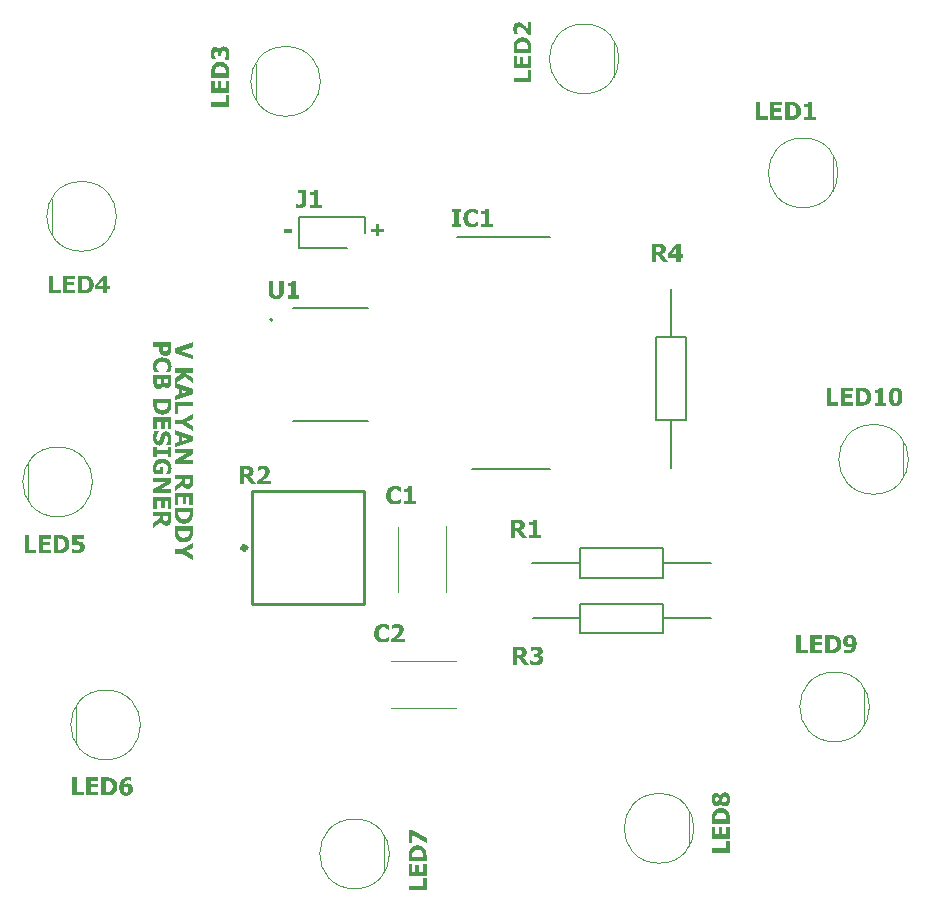
<source format=gto>
G04*
G04 #@! TF.GenerationSoftware,Altium Limited,Altium Designer,23.1.1 (15)*
G04*
G04 Layer_Color=65535*
%FSLAX44Y44*%
%MOMM*%
G71*
G04*
G04 #@! TF.SameCoordinates,17E3469B-790B-4AC7-9BA7-D2CD019F83CE*
G04*
G04*
G04 #@! TF.FilePolarity,Positive*
G04*
G01*
G75*
%ADD10C,0.1000*%
%ADD11C,0.2000*%
%ADD12C,0.4000*%
%ADD13C,0.1270*%
%ADD14C,0.2540*%
G36*
X130958Y448597D02*
X130935Y448366D01*
Y448042D01*
X130888Y447695D01*
X130842Y447325D01*
X130796Y446955D01*
X130703Y446584D01*
Y446538D01*
X130657Y446422D01*
X130611Y446237D01*
X130518Y446006D01*
X130426Y445751D01*
X130287Y445451D01*
X130148Y445150D01*
X129963Y444849D01*
X129940Y444803D01*
X129847Y444710D01*
X129731Y444571D01*
X129546Y444363D01*
X129338Y444155D01*
X129083Y443946D01*
X128783Y443738D01*
X128435Y443553D01*
X128389Y443530D01*
X128273Y443484D01*
X128065Y443391D01*
X127811Y443299D01*
X127464Y443229D01*
X127093Y443137D01*
X126654Y443090D01*
X126191Y443067D01*
X126145D01*
X126006D01*
X125821Y443090D01*
X125543Y443113D01*
X125242Y443160D01*
X124895Y443206D01*
X124548Y443299D01*
X124178Y443414D01*
X124132Y443437D01*
X124016Y443484D01*
X123854Y443553D01*
X123623Y443646D01*
X123368Y443784D01*
X123113Y443970D01*
X122859Y444155D01*
X122604Y444386D01*
X122581Y444409D01*
X122535Y444455D01*
X122465Y444525D01*
X122373Y444618D01*
X122119Y444895D01*
X121864Y445219D01*
X121841Y445242D01*
X121818Y445289D01*
X121748Y445404D01*
X121679Y445520D01*
X121586Y445659D01*
X121494Y445844D01*
X121309Y446237D01*
Y446260D01*
X121262Y446330D01*
X121239Y446446D01*
X121170Y446608D01*
X121124Y446769D01*
X121054Y446978D01*
X120938Y447464D01*
Y447487D01*
X120915Y447579D01*
X120892Y447718D01*
Y447880D01*
X120869Y448111D01*
X120846Y448343D01*
X120823Y448621D01*
Y450888D01*
X115894D01*
Y454660D01*
X130958D01*
Y448597D01*
D02*
G37*
G36*
X149312Y450749D02*
X139061Y447464D01*
X149312Y444178D01*
Y440360D01*
X134248Y445543D01*
Y449500D01*
X149312Y454660D01*
Y450749D01*
D02*
G37*
G36*
X123738Y441910D02*
X123993D01*
X124294Y441864D01*
X124641Y441818D01*
X125034Y441771D01*
X125450Y441679D01*
X125890Y441586D01*
X126353Y441447D01*
X126839Y441285D01*
X127325Y441100D01*
X127788Y440869D01*
X128250Y440591D01*
X128690Y440290D01*
X129107Y439943D01*
X129130Y439920D01*
X129199Y439851D01*
X129315Y439735D01*
X129431Y439573D01*
X129593Y439388D01*
X129778Y439133D01*
X129963Y438856D01*
X130171Y438532D01*
X130379Y438162D01*
X130564Y437768D01*
X130749Y437305D01*
X130911Y436843D01*
X131050Y436334D01*
X131143Y435778D01*
X131212Y435200D01*
X131235Y434575D01*
Y434251D01*
X131212Y434043D01*
Y433788D01*
X131189Y433511D01*
X131120Y432955D01*
Y432932D01*
X131096Y432840D01*
X131073Y432701D01*
X131050Y432516D01*
X131004Y432307D01*
X130958Y432076D01*
X130842Y431567D01*
Y431544D01*
X130819Y431474D01*
X130773Y431382D01*
X130726Y431243D01*
X130680Y431081D01*
X130588Y430873D01*
X130426Y430456D01*
Y430433D01*
X130379Y430364D01*
X130333Y430248D01*
X130264Y430109D01*
X130125Y429785D01*
X129963Y429461D01*
X126399D01*
Y429878D01*
X126446Y429901D01*
X126561Y430040D01*
X126723Y430271D01*
X126955Y430549D01*
X126978Y430572D01*
X127024Y430618D01*
X127070Y430711D01*
X127163Y430826D01*
X127255Y430965D01*
X127371Y431104D01*
X127603Y431474D01*
X127626Y431497D01*
X127649Y431567D01*
X127718Y431683D01*
X127788Y431821D01*
X127880Y432006D01*
X127973Y432192D01*
X128158Y432654D01*
Y432678D01*
X128204Y432770D01*
X128227Y432886D01*
X128273Y433048D01*
X128320Y433256D01*
X128343Y433464D01*
X128389Y433950D01*
Y434089D01*
X128366Y434251D01*
Y434459D01*
X128320Y434691D01*
X128273Y434945D01*
X128204Y435200D01*
X128112Y435454D01*
Y435477D01*
X128065Y435570D01*
X127996Y435709D01*
X127903Y435871D01*
X127788Y436056D01*
X127626Y436287D01*
X127441Y436519D01*
X127232Y436750D01*
X127209Y436773D01*
X127117Y436843D01*
X127001Y436958D01*
X126816Y437074D01*
X126608Y437236D01*
X126330Y437375D01*
X126029Y437537D01*
X125682Y437676D01*
X125636Y437699D01*
X125520Y437722D01*
X125312Y437791D01*
X125034Y437838D01*
X124687Y437907D01*
X124294Y437976D01*
X123854Y438000D01*
X123368Y438023D01*
X123345D01*
X123299D01*
X123229D01*
X123137D01*
X122882Y438000D01*
X122558Y437976D01*
X122188Y437930D01*
X121795Y437861D01*
X121401Y437768D01*
X121031Y437653D01*
X120985Y437629D01*
X120869Y437583D01*
X120707Y437514D01*
X120476Y437398D01*
X120244Y437259D01*
X119990Y437074D01*
X119735Y436889D01*
X119504Y436681D01*
X119481Y436657D01*
X119411Y436588D01*
X119319Y436449D01*
X119180Y436311D01*
X119041Y436102D01*
X118902Y435894D01*
X118786Y435639D01*
X118671Y435385D01*
Y435362D01*
X118624Y435246D01*
X118601Y435107D01*
X118555Y434922D01*
X118509Y434714D01*
X118486Y434459D01*
X118439Y433927D01*
Y433811D01*
X118462Y433649D01*
Y433464D01*
X118486Y433256D01*
X118532Y433025D01*
X118671Y432516D01*
X118694Y432492D01*
X118717Y432400D01*
X118763Y432284D01*
X118833Y432122D01*
X119018Y431752D01*
X119226Y431382D01*
X119249Y431359D01*
X119272Y431289D01*
X119342Y431197D01*
X119411Y431081D01*
X119619Y430803D01*
X119851Y430503D01*
X119874Y430479D01*
X119897Y430433D01*
X119966Y430364D01*
X120036Y430271D01*
X120221Y430040D01*
X120429Y429808D01*
Y429461D01*
X116866D01*
Y429484D01*
X116843Y429531D01*
X116796Y429623D01*
X116750Y429739D01*
X116681Y429878D01*
X116611Y430040D01*
X116426Y430433D01*
Y430456D01*
X116380Y430526D01*
X116334Y430641D01*
X116287Y430780D01*
X116218Y430942D01*
X116149Y431127D01*
X116010Y431544D01*
Y431567D01*
X115986Y431659D01*
X115940Y431798D01*
X115894Y431983D01*
X115848Y432192D01*
X115801Y432423D01*
X115709Y432886D01*
Y432909D01*
X115686Y433002D01*
X115663Y433140D01*
Y433326D01*
X115639Y433557D01*
X115616Y433858D01*
X115593Y434182D01*
Y434714D01*
X115616Y434899D01*
Y435130D01*
X115663Y435408D01*
X115709Y435755D01*
X115755Y436125D01*
X115848Y436519D01*
X115963Y436935D01*
X116102Y437375D01*
X116264Y437814D01*
X116449Y438254D01*
X116681Y438717D01*
X116958Y439133D01*
X117282Y439550D01*
X117629Y439943D01*
X117653Y439967D01*
X117722Y440036D01*
X117838Y440129D01*
X118000Y440244D01*
X118208Y440406D01*
X118462Y440568D01*
X118763Y440753D01*
X119110Y440938D01*
X119504Y441124D01*
X119920Y441309D01*
X120406Y441470D01*
X120915Y441632D01*
X121470Y441748D01*
X122072Y441841D01*
X122720Y441910D01*
X123391Y441933D01*
X123437D01*
X123553D01*
X123738Y441910D01*
D02*
G37*
G36*
X149312Y429137D02*
X142555D01*
X149312Y424301D01*
Y419951D01*
X142301Y425319D01*
X134629Y419984D01*
X149312Y415022D01*
Y410903D01*
X134248Y405790D01*
Y409654D01*
X137303Y410603D01*
Y415392D01*
X134248Y416341D01*
Y419720D01*
D01*
Y424301D01*
X140357Y428397D01*
X139316Y429137D01*
X134248D01*
Y432909D01*
X149312D01*
Y429137D01*
D02*
G37*
G36*
X130958Y421339D02*
X130935Y420969D01*
Y420576D01*
X130911Y420159D01*
X130865Y419743D01*
X130819Y419396D01*
Y419349D01*
X130796Y419257D01*
X130773Y419095D01*
X130703Y418863D01*
X130634Y418632D01*
X130541Y418354D01*
X130426Y418077D01*
X130287Y417799D01*
X130264Y417753D01*
X130217Y417660D01*
X130101Y417521D01*
X129986Y417336D01*
X129801Y417151D01*
X129616Y416943D01*
X129361Y416758D01*
X129107Y416596D01*
X129083Y416572D01*
X128991Y416526D01*
X128829Y416457D01*
X128621Y416387D01*
X128389Y416318D01*
X128112Y416249D01*
X127788Y416202D01*
X127441Y416179D01*
X127417D01*
X127394D01*
X127255D01*
X127047Y416202D01*
X126793Y416249D01*
X126492Y416318D01*
X126145Y416411D01*
X125821Y416549D01*
X125474Y416735D01*
X125427Y416758D01*
X125335Y416827D01*
X125173Y416966D01*
X124988Y417128D01*
X124803Y417359D01*
X124594Y417614D01*
X124386Y417915D01*
X124224Y418262D01*
X124132D01*
Y418239D01*
X124108Y418192D01*
Y418123D01*
X124085Y418030D01*
X123993Y417776D01*
X123877Y417452D01*
X123715Y417105D01*
X123507Y416735D01*
X123252Y416364D01*
X122928Y416040D01*
X122882Y415994D01*
X122766Y415901D01*
X122558Y415763D01*
X122280Y415601D01*
X121933Y415462D01*
X121517Y415323D01*
X121031Y415230D01*
X120499Y415184D01*
X120476D01*
X120452D01*
X120314D01*
X120105Y415207D01*
X119828Y415230D01*
X119527Y415300D01*
X119180Y415369D01*
X118833Y415485D01*
X118509Y415624D01*
X118462Y415647D01*
X118370Y415693D01*
X118208Y415786D01*
X118023Y415925D01*
X117815Y416087D01*
X117583Y416272D01*
X117352Y416503D01*
X117120Y416758D01*
X117097Y416804D01*
X117005Y416897D01*
X116889Y417082D01*
X116750Y417313D01*
X116588Y417591D01*
X116449Y417915D01*
X116287Y418262D01*
X116172Y418632D01*
Y418678D01*
X116125Y418817D01*
X116079Y419025D01*
X116033Y419326D01*
X115986Y419720D01*
X115940Y420159D01*
X115917Y420668D01*
X115894Y421224D01*
Y427240D01*
X130958D01*
Y421339D01*
D02*
G37*
G36*
X149312Y400537D02*
X137117D01*
Y394243D01*
X134248D01*
Y404309D01*
X149312D01*
Y400537D01*
D02*
G37*
G36*
X130958Y401717D02*
X130935Y401324D01*
X130911Y400884D01*
X130865Y400375D01*
X130819Y399866D01*
X130749Y399334D01*
Y399264D01*
X130726Y399195D01*
X130703Y399102D01*
X130680Y398964D01*
X130634Y398825D01*
X130541Y398478D01*
X130426Y398084D01*
X130240Y397645D01*
X130032Y397182D01*
X129754Y396719D01*
Y396696D01*
X129708Y396650D01*
X129662Y396580D01*
X129593Y396464D01*
X129361Y396210D01*
X129083Y395863D01*
X128713Y395493D01*
X128273Y395099D01*
X127765Y394729D01*
X127186Y394382D01*
X127163D01*
X127117Y394336D01*
X127024Y394289D01*
X126908Y394243D01*
X126746Y394174D01*
X126561Y394104D01*
X126353Y394035D01*
X126122Y393942D01*
X125844Y393850D01*
X125566Y393780D01*
X124918Y393641D01*
X124178Y393549D01*
X123391Y393503D01*
X123368D01*
X123299D01*
X123183D01*
X123044Y393526D01*
X122859D01*
X122627Y393549D01*
X122396Y393572D01*
X122142Y393618D01*
X121540Y393734D01*
X120915Y393896D01*
X120267Y394127D01*
X119619Y394428D01*
X119596D01*
X119550Y394474D01*
X119457Y394521D01*
X119342Y394590D01*
X119203Y394683D01*
X119064Y394798D01*
X118694Y395076D01*
X118277Y395400D01*
X117861Y395793D01*
X117444Y396256D01*
X117074Y396765D01*
Y396788D01*
X117051Y396811D01*
X117005Y396881D01*
X116958Y396973D01*
X116819Y397205D01*
X116658Y397529D01*
X116496Y397899D01*
X116334Y398339D01*
X116195Y398825D01*
X116102Y399334D01*
Y399403D01*
X116079Y399473D01*
Y399565D01*
X116056Y399704D01*
X116033Y399843D01*
X116010Y400213D01*
X115963Y400653D01*
X115917Y401139D01*
X115894Y401694D01*
Y406970D01*
X130958D01*
Y401717D01*
D02*
G37*
G36*
Y381077D02*
X128088D01*
Y387509D01*
X125450D01*
Y381586D01*
X122581D01*
Y387509D01*
X118763D01*
Y381077D01*
X115894D01*
Y391281D01*
X130958D01*
Y381077D01*
D02*
G37*
G36*
X149312Y389939D02*
X143897Y386954D01*
X149312Y384108D01*
Y379943D01*
X140519Y385149D01*
X134248D01*
Y388921D01*
X140334D01*
X149312Y394220D01*
Y389939D01*
D02*
G37*
G36*
X120360Y378994D02*
X120314Y378971D01*
X120267Y378902D01*
X120198Y378809D01*
X120036Y378578D01*
X119804Y378277D01*
X119573Y377907D01*
X119319Y377490D01*
X119087Y377027D01*
X118879Y376518D01*
Y376495D01*
X118856Y376449D01*
X118833Y376379D01*
X118809Y376287D01*
X118763Y376171D01*
X118717Y376009D01*
X118624Y375662D01*
X118532Y375269D01*
X118439Y374829D01*
X118393Y374343D01*
X118370Y373857D01*
Y373626D01*
X118393Y373510D01*
Y373348D01*
X118439Y373001D01*
Y372978D01*
X118462Y372909D01*
Y372816D01*
X118486Y372700D01*
X118555Y372423D01*
X118647Y372145D01*
Y372122D01*
X118671Y372076D01*
X118717Y372006D01*
X118786Y371913D01*
X118925Y371705D01*
X119134Y371474D01*
X119157Y371451D01*
X119180Y371428D01*
X119249Y371381D01*
X119342Y371335D01*
X119457Y371289D01*
X119596Y371242D01*
X119758Y371196D01*
X119943D01*
X119966D01*
X120036D01*
X120152Y371219D01*
X120267Y371242D01*
X120429Y371312D01*
X120568Y371381D01*
X120730Y371497D01*
X120869Y371659D01*
X120892Y371682D01*
X120915Y371728D01*
X120985Y371821D01*
X121054Y371960D01*
X121147Y372122D01*
X121239Y372284D01*
X121309Y372492D01*
X121378Y372723D01*
Y372747D01*
X121424Y372862D01*
X121447Y373001D01*
X121517Y373209D01*
X121563Y373464D01*
X121632Y373741D01*
X121702Y374042D01*
X121771Y374366D01*
Y374413D01*
X121795Y374505D01*
X121841Y374667D01*
X121887Y374898D01*
X121957Y375130D01*
X122026Y375408D01*
X122211Y375986D01*
Y376009D01*
X122234Y376055D01*
X122280Y376148D01*
X122327Y376264D01*
X122396Y376426D01*
X122465Y376588D01*
X122651Y376958D01*
X122882Y377374D01*
X123183Y377791D01*
X123507Y378184D01*
X123692Y378346D01*
X123877Y378508D01*
X123900D01*
X123923Y378531D01*
X124062Y378624D01*
X124294Y378740D01*
X124594Y378879D01*
X124965Y379017D01*
X125427Y379133D01*
X125936Y379226D01*
X126492Y379249D01*
X126515D01*
X126584D01*
X126700Y379226D01*
X126839D01*
X127024Y379202D01*
X127232Y379156D01*
X127464Y379110D01*
X127718Y379017D01*
X127973Y378925D01*
X128250Y378809D01*
X128528Y378670D01*
X128829Y378485D01*
X129107Y378300D01*
X129384Y378045D01*
X129662Y377791D01*
X129916Y377467D01*
X129940Y377444D01*
X129963Y377374D01*
X130032Y377282D01*
X130125Y377143D01*
X130217Y376981D01*
X130333Y376750D01*
X130449Y376518D01*
X130588Y376241D01*
X130703Y375940D01*
X130819Y375593D01*
X130935Y375222D01*
X131027Y374829D01*
X131120Y374413D01*
X131189Y373973D01*
X131212Y373487D01*
X131235Y373001D01*
Y372654D01*
X131212Y372515D01*
Y372168D01*
X131166Y371752D01*
X131120Y371312D01*
X131050Y370826D01*
X130958Y370340D01*
Y370317D01*
X130935Y370271D01*
Y370201D01*
X130911Y370109D01*
X130842Y369854D01*
X130773Y369530D01*
X130657Y369160D01*
X130518Y368767D01*
X130379Y368350D01*
X130217Y367934D01*
X126793D01*
Y368281D01*
X126816Y368327D01*
X126908Y368419D01*
X127047Y368605D01*
X127209Y368859D01*
X127394Y369160D01*
X127579Y369507D01*
X127788Y369900D01*
X127973Y370340D01*
Y370363D01*
X127996Y370386D01*
X128019Y370456D01*
X128042Y370548D01*
X128135Y370780D01*
X128227Y371104D01*
X128320Y371474D01*
X128412Y371890D01*
X128459Y372353D01*
X128482Y372816D01*
Y373117D01*
X128435Y373394D01*
X128389Y373695D01*
Y373718D01*
X128366Y373765D01*
Y373834D01*
X128343Y373950D01*
X128250Y374204D01*
X128135Y374528D01*
Y374551D01*
X128112Y374575D01*
X128019Y374737D01*
X127857Y374922D01*
X127649Y375130D01*
X127626D01*
X127603Y375176D01*
X127533Y375199D01*
X127441Y375246D01*
X127209Y375338D01*
X127070Y375361D01*
X126931Y375384D01*
X126908D01*
X126839D01*
X126746Y375361D01*
X126608Y375338D01*
X126469Y375292D01*
X126307Y375222D01*
X126168Y375130D01*
X126029Y374991D01*
X126006Y374968D01*
X125983Y374898D01*
X125913Y374806D01*
X125821Y374644D01*
X125728Y374413D01*
X125612Y374135D01*
X125520Y373811D01*
X125404Y373394D01*
Y373371D01*
X125381Y373256D01*
X125335Y373117D01*
X125312Y372932D01*
X125265Y372723D01*
X125196Y372469D01*
X125080Y371960D01*
Y371937D01*
X125057Y371844D01*
X125011Y371682D01*
X124965Y371497D01*
X124895Y371266D01*
X124826Y371011D01*
X124733Y370733D01*
X124641Y370433D01*
Y370409D01*
X124618Y370363D01*
X124571Y370294D01*
X124525Y370178D01*
X124409Y369900D01*
X124224Y369553D01*
X124016Y369183D01*
X123761Y368813D01*
X123461Y368443D01*
X123113Y368119D01*
X123067Y368096D01*
X122951Y368003D01*
X122720Y367864D01*
X122442Y367725D01*
X122072Y367586D01*
X121656Y367448D01*
X121147Y367355D01*
X120591Y367332D01*
X120568D01*
X120499D01*
X120383D01*
X120221Y367355D01*
X120036Y367378D01*
X119804Y367425D01*
X119573Y367471D01*
X119295Y367563D01*
X119018Y367656D01*
X118717Y367772D01*
X118416Y367910D01*
X118115Y368072D01*
X117815Y368281D01*
X117537Y368535D01*
X117259Y368790D01*
X116981Y369114D01*
X116958Y369137D01*
X116912Y369183D01*
X116866Y369299D01*
X116773Y369438D01*
X116658Y369623D01*
X116542Y369831D01*
X116426Y370085D01*
X116311Y370363D01*
X116172Y370687D01*
X116056Y371057D01*
X115940Y371451D01*
X115824Y371867D01*
X115732Y372330D01*
X115686Y372816D01*
X115639Y373325D01*
X115616Y373880D01*
Y374320D01*
X115639Y374505D01*
X115663Y374922D01*
X115686Y375384D01*
X115755Y375894D01*
X115824Y376426D01*
X115940Y376935D01*
Y376958D01*
X115963Y376981D01*
Y377051D01*
X116010Y377143D01*
X116079Y377397D01*
X116172Y377721D01*
X116287Y378092D01*
X116426Y378485D01*
X116773Y379341D01*
X120360D01*
Y378994D01*
D02*
G37*
G36*
X149312Y375107D02*
Y370988D01*
X134248Y365874D01*
Y369738D01*
X137303Y370687D01*
Y375477D01*
X134248Y376426D01*
Y380197D01*
X149312Y375107D01*
D02*
G37*
G36*
X130958Y357891D02*
X128320D01*
Y360066D01*
X118532D01*
Y357891D01*
X115894D01*
Y366013D01*
X118532D01*
Y363838D01*
X128320D01*
Y366013D01*
X130958D01*
Y357891D01*
D02*
G37*
G36*
X149312Y359765D02*
X140681Y354929D01*
X149312D01*
Y351481D01*
X134248D01*
Y355114D01*
X144730Y360945D01*
X134248D01*
Y364393D01*
X149312D01*
Y359765D01*
D02*
G37*
G36*
X123761Y356248D02*
X123993D01*
X124294Y356202D01*
X124641Y356156D01*
X125034Y356086D01*
X125450Y356017D01*
X125890Y355901D01*
X126353Y355762D01*
X126816Y355577D01*
X127302Y355392D01*
X127765Y355137D01*
X128227Y354860D01*
X128667Y354536D01*
X129083Y354166D01*
X129107Y354142D01*
X129176Y354073D01*
X129292Y353957D01*
X129431Y353772D01*
X129593Y353564D01*
X129754Y353309D01*
X129963Y353009D01*
X130171Y352662D01*
X130356Y352268D01*
X130564Y351828D01*
X130726Y351366D01*
X130911Y350857D01*
X131027Y350301D01*
X131143Y349700D01*
X131212Y349075D01*
X131235Y348404D01*
Y347918D01*
X131212Y347733D01*
X131189Y347316D01*
X131143Y346807D01*
X131073Y346298D01*
X130981Y345789D01*
X130865Y345326D01*
Y345303D01*
X130842Y345280D01*
X130819Y345211D01*
X130796Y345118D01*
X130726Y344887D01*
X130611Y344586D01*
X130472Y344216D01*
X130310Y343799D01*
X130125Y343336D01*
X129893Y342874D01*
X126376D01*
Y343244D01*
X126422Y343267D01*
X126469Y343336D01*
X126538Y343429D01*
X126608Y343545D01*
X126700Y343660D01*
X126955Y344007D01*
X126978Y344030D01*
X127024Y344100D01*
X127093Y344193D01*
X127186Y344331D01*
X127394Y344632D01*
X127626Y345002D01*
X127649Y345025D01*
X127672Y345095D01*
X127741Y345234D01*
X127811Y345373D01*
X127903Y345581D01*
X127996Y345812D01*
X128088Y346044D01*
X128181Y346321D01*
Y346344D01*
X128227Y346460D01*
X128250Y346599D01*
X128297Y346784D01*
X128343Y347039D01*
X128366Y347293D01*
X128412Y347594D01*
Y348057D01*
X128389Y348242D01*
X128366Y348473D01*
X128343Y348751D01*
X128273Y349052D01*
X128204Y349376D01*
X128088Y349677D01*
X128065Y349700D01*
X128042Y349815D01*
X127950Y349954D01*
X127857Y350139D01*
X127741Y350371D01*
X127579Y350602D01*
X127394Y350857D01*
X127163Y351088D01*
X127140Y351111D01*
X127047Y351181D01*
X126931Y351296D01*
X126746Y351412D01*
X126515Y351574D01*
X126260Y351713D01*
X125960Y351875D01*
X125612Y352014D01*
X125566Y352037D01*
X125450Y352060D01*
X125265Y352129D01*
X124988Y352176D01*
X124687Y352245D01*
X124317Y352314D01*
X123900Y352338D01*
X123461Y352361D01*
X123437D01*
X123345D01*
X123206D01*
X123021Y352338D01*
X122813Y352314D01*
X122558Y352291D01*
X122280Y352245D01*
X121980Y352199D01*
X121355Y352037D01*
X121031Y351921D01*
X120707Y351805D01*
X120406Y351643D01*
X120105Y351481D01*
X119828Y351273D01*
X119573Y351042D01*
X119550Y351019D01*
X119527Y350972D01*
X119457Y350903D01*
X119388Y350810D01*
X119295Y350672D01*
X119180Y350510D01*
X119064Y350301D01*
X118948Y350093D01*
X118833Y349862D01*
X118717Y349584D01*
X118624Y349283D01*
X118509Y348959D01*
X118439Y348612D01*
X118370Y348242D01*
X118347Y347849D01*
X118324Y347432D01*
Y346622D01*
X118347Y346460D01*
X121309D01*
Y349399D01*
X124155D01*
Y342804D01*
X116727D01*
X116704Y342850D01*
X116658Y342989D01*
X116588Y343198D01*
X116472Y343498D01*
X116357Y343869D01*
X116241Y344308D01*
X116079Y344817D01*
X115940Y345396D01*
Y345419D01*
X115917Y345465D01*
Y345558D01*
X115894Y345673D01*
X115848Y345812D01*
X115824Y345974D01*
X115755Y346368D01*
X115686Y346853D01*
X115639Y347386D01*
X115593Y347941D01*
X115570Y348520D01*
Y348681D01*
X115593Y348867D01*
Y349098D01*
X115639Y349399D01*
X115686Y349746D01*
X115732Y350139D01*
X115824Y350556D01*
X115940Y350995D01*
X116079Y351458D01*
X116241Y351921D01*
X116426Y352384D01*
X116658Y352870D01*
X116935Y353309D01*
X117259Y353749D01*
X117606Y354166D01*
X117629Y354189D01*
X117699Y354258D01*
X117815Y354351D01*
X117977Y354490D01*
X118208Y354651D01*
X118462Y354837D01*
X118763Y355022D01*
X119110Y355207D01*
X119504Y355415D01*
X119920Y355600D01*
X120406Y355785D01*
X120915Y355947D01*
X121494Y356086D01*
X122095Y356179D01*
X122743Y356248D01*
X123414Y356271D01*
X123461D01*
X123576D01*
X123761Y356248D01*
D02*
G37*
G36*
X149312Y335862D02*
X149289Y335561D01*
X149266Y335214D01*
X149242Y334867D01*
X149196Y334474D01*
X149150Y334127D01*
Y334081D01*
X149127Y333965D01*
X149080Y333803D01*
X149011Y333572D01*
X148919Y333294D01*
X148803Y333016D01*
X148664Y332715D01*
X148502Y332415D01*
X148479Y332368D01*
X148409Y332276D01*
X148294Y332137D01*
X148132Y331952D01*
X147947Y331744D01*
X147715Y331535D01*
X147461Y331304D01*
X147183Y331119D01*
X147137Y331096D01*
X147044Y331049D01*
X146859Y330957D01*
X146628Y330864D01*
X146350Y330795D01*
X146003Y330702D01*
X145610Y330656D01*
X145170Y330633D01*
X145147D01*
X145100D01*
X145008D01*
X144892D01*
X144730Y330656D01*
X144568Y330679D01*
X144175Y330725D01*
X143712Y330818D01*
X143249Y330957D01*
X142787Y331165D01*
X142347Y331420D01*
X142301Y331466D01*
X142162Y331558D01*
X141977Y331744D01*
X141745Y331975D01*
X141468Y332276D01*
X141167Y332646D01*
X140889Y333063D01*
X140635Y333525D01*
X134248Y328435D01*
Y333039D01*
X139778Y337251D01*
Y338593D01*
X134248D01*
Y342365D01*
X149312D01*
Y335862D01*
D02*
G37*
G36*
X130958Y335330D02*
X122327Y330494D01*
X130958D01*
Y327046D01*
X115894D01*
Y330679D01*
X126376Y336510D01*
X115894D01*
Y339958D01*
X130958D01*
Y335330D01*
D02*
G37*
G36*
X149312Y317119D02*
X146443D01*
Y323552D01*
X143805D01*
Y317628D01*
X140935D01*
Y323552D01*
X137117D01*
Y317119D01*
X134248D01*
Y327324D01*
X149312D01*
Y317119D01*
D02*
G37*
G36*
X130958Y313787D02*
X128088D01*
Y320220D01*
X125450D01*
Y314296D01*
X122581D01*
Y320220D01*
X118763D01*
Y313787D01*
X115894D01*
Y323992D01*
X130958D01*
Y313787D01*
D02*
G37*
G36*
X149312Y309321D02*
X149289Y308928D01*
X149266Y308488D01*
X149219Y307979D01*
X149173Y307470D01*
X149104Y306938D01*
Y306869D01*
X149080Y306799D01*
X149057Y306707D01*
X149034Y306568D01*
X148988Y306429D01*
X148895Y306082D01*
X148780Y305688D01*
X148595Y305249D01*
X148386Y304786D01*
X148109Y304323D01*
Y304300D01*
X148062Y304254D01*
X148016Y304184D01*
X147947Y304069D01*
X147715Y303814D01*
X147438Y303467D01*
X147067Y303097D01*
X146628Y302704D01*
X146119Y302333D01*
X145540Y301986D01*
X145517D01*
X145471Y301940D01*
X145378Y301894D01*
X145262Y301847D01*
X145100Y301778D01*
X144915Y301709D01*
X144707Y301639D01*
X144476Y301547D01*
X144198Y301454D01*
X143920Y301385D01*
X143272Y301246D01*
X142532Y301153D01*
X141745Y301107D01*
X141722D01*
X141653D01*
X141537D01*
X141398Y301130D01*
X141213D01*
X140982Y301153D01*
X140750Y301176D01*
X140496Y301223D01*
X139894Y301338D01*
X139269Y301500D01*
X138622Y301732D01*
X137974Y302033D01*
X137950D01*
X137904Y302079D01*
X137812Y302125D01*
X137696Y302194D01*
X137557Y302287D01*
X137418Y302403D01*
X137048Y302680D01*
X136631Y303004D01*
X136215Y303398D01*
X135799Y303860D01*
X135428Y304370D01*
Y304393D01*
X135405Y304416D01*
X135359Y304485D01*
X135312Y304578D01*
X135174Y304809D01*
X135012Y305133D01*
X134850Y305503D01*
X134688Y305943D01*
X134549Y306429D01*
X134456Y306938D01*
Y307008D01*
X134433Y307077D01*
Y307169D01*
X134410Y307308D01*
X134387Y307447D01*
X134364Y307817D01*
X134318Y308257D01*
X134271Y308743D01*
X134248Y309298D01*
Y314574D01*
X149312D01*
Y309321D01*
D02*
G37*
G36*
X130958Y304740D02*
X130935Y304439D01*
X130911Y304092D01*
X130888Y303745D01*
X130842Y303351D01*
X130796Y303004D01*
Y302958D01*
X130773Y302842D01*
X130726Y302680D01*
X130657Y302449D01*
X130564Y302171D01*
X130449Y301894D01*
X130310Y301593D01*
X130148Y301292D01*
X130125Y301246D01*
X130055Y301153D01*
X129940Y301014D01*
X129778Y300829D01*
X129593Y300621D01*
X129361Y300413D01*
X129107Y300181D01*
X128829Y299996D01*
X128783Y299973D01*
X128690Y299927D01*
X128505Y299834D01*
X128273Y299742D01*
X127996Y299672D01*
X127649Y299580D01*
X127255Y299534D01*
X126816Y299510D01*
X126793D01*
X126746D01*
X126654D01*
X126538D01*
X126376Y299534D01*
X126214Y299557D01*
X125821Y299603D01*
X125358Y299695D01*
X124895Y299834D01*
X124432Y300042D01*
X123993Y300297D01*
X123947Y300343D01*
X123808Y300436D01*
X123623Y300621D01*
X123391Y300852D01*
X123113Y301153D01*
X122813Y301523D01*
X122535Y301940D01*
X122280Y302403D01*
X115894Y297312D01*
Y301917D01*
X121424Y306128D01*
Y307470D01*
X115894D01*
Y311242D01*
X130958D01*
Y304740D01*
D02*
G37*
G36*
X149312Y293633D02*
X149289Y293239D01*
X149266Y292800D01*
X149219Y292291D01*
X149173Y291782D01*
X149104Y291250D01*
Y291180D01*
X149080Y291111D01*
X149057Y291018D01*
X149034Y290879D01*
X148988Y290741D01*
X148895Y290393D01*
X148780Y290000D01*
X148595Y289560D01*
X148386Y289098D01*
X148109Y288635D01*
Y288612D01*
X148062Y288565D01*
X148016Y288496D01*
X147947Y288380D01*
X147715Y288126D01*
X147438Y287779D01*
X147067Y287408D01*
X146628Y287015D01*
X146119Y286645D01*
X145540Y286298D01*
X145517D01*
X145471Y286251D01*
X145378Y286205D01*
X145262Y286159D01*
X145100Y286089D01*
X144915Y286020D01*
X144707Y285951D01*
X144476Y285858D01*
X144198Y285765D01*
X143920Y285696D01*
X143272Y285557D01*
X142532Y285465D01*
X141745Y285418D01*
X141722D01*
X141653D01*
X141537D01*
X141398Y285442D01*
X141213D01*
X140982Y285465D01*
X140750Y285488D01*
X140496Y285534D01*
X139894Y285650D01*
X139269Y285812D01*
X138622Y286043D01*
X137974Y286344D01*
X137950D01*
X137904Y286390D01*
X137812Y286437D01*
X137696Y286506D01*
X137557Y286598D01*
X137418Y286714D01*
X137048Y286992D01*
X136631Y287316D01*
X136215Y287709D01*
X135799Y288172D01*
X135428Y288681D01*
Y288704D01*
X135405Y288727D01*
X135359Y288797D01*
X135312Y288889D01*
X135174Y289121D01*
X135012Y289445D01*
X134850Y289815D01*
X134688Y290255D01*
X134549Y290741D01*
X134456Y291250D01*
Y291319D01*
X134433Y291388D01*
Y291481D01*
X134410Y291620D01*
X134387Y291759D01*
X134364Y292129D01*
X134318Y292568D01*
X134271Y293054D01*
X134248Y293610D01*
Y298886D01*
X149312D01*
Y293633D01*
D02*
G37*
G36*
Y280675D02*
X143897Y277690D01*
X149312Y274844D01*
Y270679D01*
X140519Y275885D01*
X134248D01*
Y279657D01*
X140334D01*
X149312Y284956D01*
Y280675D01*
D02*
G37*
G36*
X306835Y550638D02*
X311027D01*
Y548513D01*
X306835D01*
Y544322D01*
X304674D01*
Y548513D01*
X300482D01*
Y550638D01*
X304674D01*
Y554829D01*
X306835D01*
Y550638D01*
D02*
G37*
G36*
X233532Y547624D02*
X226822D01*
Y550424D01*
X233532D01*
Y547624D01*
D02*
G37*
G36*
X440463Y197063D02*
X440764D01*
X441134Y197016D01*
X441527Y196970D01*
X441921Y196924D01*
X442291Y196831D01*
X442337D01*
X442453Y196785D01*
X442638Y196739D01*
X442869Y196669D01*
X443147Y196577D01*
X443425Y196461D01*
X443703Y196322D01*
X443980Y196160D01*
X444003Y196137D01*
X444096Y196068D01*
X444235Y195975D01*
X444420Y195836D01*
X444605Y195674D01*
X444790Y195466D01*
X444975Y195212D01*
X445137Y194957D01*
X445160Y194934D01*
X445207Y194818D01*
X445253Y194679D01*
X445345Y194471D01*
X445415Y194217D01*
X445461Y193939D01*
X445507Y193638D01*
X445531Y193291D01*
Y193268D01*
Y193245D01*
Y193175D01*
Y193083D01*
X445484Y192828D01*
X445438Y192527D01*
X445345Y192180D01*
X445207Y191810D01*
X445022Y191417D01*
X444767Y191047D01*
X444744Y191000D01*
X444628Y190884D01*
X444466Y190723D01*
X444258Y190537D01*
X443957Y190306D01*
X443633Y190121D01*
X443263Y189936D01*
X442823Y189797D01*
Y189658D01*
X442846D01*
X442916Y189635D01*
X443008Y189612D01*
X443147Y189589D01*
X443309Y189542D01*
X443494Y189496D01*
X443865Y189380D01*
X443888D01*
X443957Y189334D01*
X444050Y189288D01*
X444188Y189242D01*
X444489Y189033D01*
X444674Y188918D01*
X444860Y188756D01*
X444883Y188732D01*
X444929Y188686D01*
X445022Y188594D01*
X445137Y188478D01*
X445253Y188339D01*
X445369Y188154D01*
X445507Y187969D01*
X445623Y187738D01*
X445646Y187714D01*
X445669Y187622D01*
X445716Y187506D01*
X445785Y187321D01*
X445831Y187113D01*
X445878Y186858D01*
X445901Y186557D01*
X445924Y186257D01*
Y186234D01*
Y186210D01*
Y186071D01*
X445901Y185863D01*
X445878Y185586D01*
X445831Y185262D01*
X445739Y184938D01*
X445646Y184567D01*
X445507Y184220D01*
X445484Y184174D01*
X445438Y184081D01*
X445345Y183896D01*
X445207Y183688D01*
X445022Y183457D01*
X444836Y183179D01*
X444582Y182924D01*
X444304Y182670D01*
X444258Y182647D01*
X444165Y182577D01*
X443980Y182462D01*
X443772Y182323D01*
X443494Y182161D01*
X443170Y181999D01*
X442800Y181837D01*
X442407Y181698D01*
X442384D01*
X442360Y181675D01*
X442291D01*
X442222Y181652D01*
X441990Y181606D01*
X441689Y181536D01*
X441296Y181467D01*
X440856Y181420D01*
X440347Y181397D01*
X439792Y181374D01*
X439352D01*
X439167Y181397D01*
X438751Y181420D01*
X438288Y181444D01*
X437779Y181513D01*
X437270Y181582D01*
X436784Y181675D01*
X436761D01*
X436738Y181698D01*
X436668D01*
X436576Y181721D01*
X436344Y181791D01*
X436067Y181860D01*
X435743Y181953D01*
X435396Y182068D01*
X435072Y182184D01*
X434748Y182323D01*
Y185586D01*
X435095D01*
X435141Y185562D01*
X435233Y185493D01*
X435419Y185400D01*
X435650Y185262D01*
X435928Y185100D01*
X436275Y184961D01*
X436645Y184799D01*
X437038Y184637D01*
X437062D01*
X437085Y184614D01*
X437224Y184591D01*
X437455Y184521D01*
X437733Y184452D01*
X438033Y184382D01*
X438381Y184336D01*
X438751Y184290D01*
X439098Y184267D01*
X439306D01*
X439445Y184290D01*
X439630D01*
X439815Y184313D01*
X440278Y184359D01*
X440301D01*
X440394Y184382D01*
X440509Y184405D01*
X440648Y184452D01*
X441018Y184567D01*
X441366Y184776D01*
X441389Y184799D01*
X441435Y184822D01*
X441574Y184961D01*
X441736Y185146D01*
X441921Y185400D01*
Y185424D01*
X441944Y185470D01*
X441990Y185562D01*
X442037Y185678D01*
X442060Y185840D01*
X442106Y186025D01*
X442129Y186234D01*
Y186465D01*
Y186488D01*
Y186581D01*
X442106Y186696D01*
X442083Y186858D01*
X442013Y187205D01*
X441921Y187367D01*
X441828Y187506D01*
X441805Y187529D01*
X441782Y187575D01*
X441713Y187622D01*
X441620Y187714D01*
X441366Y187876D01*
X441041Y188038D01*
X441018D01*
X440949Y188062D01*
X440856Y188108D01*
X440718Y188131D01*
X440556Y188177D01*
X440347Y188200D01*
X440139Y188223D01*
X439885Y188247D01*
X439653D01*
X439491Y188270D01*
X438057D01*
Y190908D01*
X439052D01*
X439237Y190931D01*
X439445D01*
X439885Y190954D01*
X439908D01*
X439977Y190977D01*
X440093D01*
X440232Y191023D01*
X440556Y191093D01*
X440880Y191208D01*
X440903D01*
X440949Y191255D01*
X441018Y191278D01*
X441111Y191347D01*
X441319Y191509D01*
X441504Y191741D01*
Y191764D01*
X441551Y191810D01*
X441574Y191880D01*
X441620Y191995D01*
X441666Y192111D01*
X441689Y192273D01*
X441736Y192458D01*
Y192666D01*
Y192689D01*
Y192736D01*
Y192828D01*
X441713Y192944D01*
X441643Y193175D01*
X441504Y193407D01*
Y193430D01*
X441458Y193453D01*
X441366Y193569D01*
X441203Y193731D01*
X440995Y193869D01*
X440972D01*
X440926Y193893D01*
X440856Y193939D01*
X440741Y193962D01*
X440486Y194055D01*
X440139Y194124D01*
X440116D01*
X440070Y194147D01*
X439977D01*
X439861Y194170D01*
X439584Y194193D01*
X439098D01*
X438959Y194170D01*
X438797D01*
X438589Y194147D01*
X438172Y194055D01*
X438149D01*
X438080Y194031D01*
X437964Y194008D01*
X437825Y193962D01*
X437663Y193916D01*
X437478Y193846D01*
X437062Y193708D01*
X437038D01*
X436992Y193684D01*
X436900Y193638D01*
X436807Y193592D01*
X436506Y193453D01*
X436182Y193291D01*
X436159D01*
X436113Y193245D01*
X436020Y193198D01*
X435928Y193152D01*
X435696Y193036D01*
X435488Y192921D01*
X435187D01*
Y196137D01*
X435233Y196160D01*
X435326Y196183D01*
X435488Y196253D01*
X435743Y196345D01*
X436043Y196438D01*
X436390Y196530D01*
X436807Y196646D01*
X437270Y196762D01*
X437293D01*
X437339Y196785D01*
X437409D01*
X437501Y196808D01*
X437617Y196831D01*
X437756Y196854D01*
X438103Y196924D01*
X438519Y196993D01*
X438959Y197040D01*
X439468Y197063D01*
X439977Y197086D01*
X440209D01*
X440463Y197063D01*
D02*
G37*
G36*
X427019Y196739D02*
X427366Y196716D01*
X427713Y196693D01*
X428107Y196646D01*
X428454Y196600D01*
X428500D01*
X428616Y196577D01*
X428778Y196530D01*
X429009Y196461D01*
X429287Y196369D01*
X429564Y196253D01*
X429865Y196114D01*
X430166Y195952D01*
X430212Y195929D01*
X430305Y195860D01*
X430444Y195744D01*
X430629Y195582D01*
X430837Y195397D01*
X431045Y195165D01*
X431277Y194911D01*
X431462Y194633D01*
X431485Y194587D01*
X431531Y194494D01*
X431624Y194309D01*
X431716Y194078D01*
X431786Y193800D01*
X431878Y193453D01*
X431925Y193060D01*
X431948Y192620D01*
Y192597D01*
Y192551D01*
Y192458D01*
Y192342D01*
X431925Y192180D01*
X431902Y192018D01*
X431855Y191625D01*
X431763Y191162D01*
X431624Y190699D01*
X431415Y190237D01*
X431161Y189797D01*
X431115Y189751D01*
X431022Y189612D01*
X430837Y189427D01*
X430606Y189195D01*
X430305Y188918D01*
X429935Y188617D01*
X429518Y188339D01*
X429055Y188085D01*
X434146Y181698D01*
X429541D01*
X425330Y187229D01*
X423988D01*
Y181698D01*
X420216D01*
Y196762D01*
X426718D01*
X427019Y196739D01*
D02*
G37*
G36*
X705897Y206957D02*
X706220Y206934D01*
X706591Y206888D01*
X706984Y206818D01*
X707377Y206726D01*
X707771Y206610D01*
X707794D01*
X707817Y206587D01*
X707933Y206541D01*
X708141Y206448D01*
X708372Y206332D01*
X708650Y206170D01*
X708951Y205985D01*
X709252Y205754D01*
X709529Y205476D01*
X709576Y205430D01*
X709668Y205314D01*
X709830Y205129D01*
X710015Y204875D01*
X710224Y204551D01*
X710432Y204157D01*
X710640Y203718D01*
X710825Y203232D01*
Y203209D01*
X710848Y203162D01*
X710872Y203093D01*
X710895Y203000D01*
X710918Y202861D01*
X710964Y202700D01*
X711010Y202514D01*
X711057Y202329D01*
X711126Y201843D01*
X711196Y201288D01*
X711242Y200663D01*
X711265Y199969D01*
Y199946D01*
Y199876D01*
Y199784D01*
Y199645D01*
X711242Y199483D01*
Y199275D01*
X711219Y199043D01*
Y198812D01*
X711149Y198257D01*
X711080Y197655D01*
X710964Y197054D01*
X710802Y196429D01*
Y196406D01*
X710779Y196359D01*
X710756Y196267D01*
X710710Y196151D01*
X710663Y196035D01*
X710617Y195873D01*
X710455Y195480D01*
X710270Y195063D01*
X710039Y194601D01*
X709738Y194138D01*
X709414Y193698D01*
Y193675D01*
X709368Y193652D01*
X709252Y193513D01*
X709020Y193282D01*
X708743Y193027D01*
X708396Y192750D01*
X707979Y192449D01*
X707516Y192148D01*
X707007Y191893D01*
X706984D01*
X706938Y191870D01*
X706868Y191847D01*
X706753Y191801D01*
X706614Y191754D01*
X706452Y191708D01*
X706244Y191639D01*
X706035Y191593D01*
X705781Y191546D01*
X705503Y191477D01*
X704902Y191384D01*
X704230Y191315D01*
X703467Y191292D01*
X703212D01*
X703027Y191315D01*
X702796D01*
X702541Y191338D01*
X701986Y191384D01*
X701963D01*
X701870Y191407D01*
X701731D01*
X701570Y191431D01*
X701246Y191500D01*
X701107Y191523D01*
X700991Y191546D01*
Y194508D01*
X701292D01*
X701315Y194485D01*
X701384Y194439D01*
X701477Y194416D01*
X701593Y194369D01*
X701708Y194300D01*
X702055Y194184D01*
X702079D01*
X702148Y194161D01*
X702264Y194138D01*
X702449Y194115D01*
X702657Y194092D01*
X702888Y194069D01*
X703189Y194045D01*
X703791D01*
X703976Y194069D01*
X704184Y194092D01*
X704416Y194115D01*
X704925Y194230D01*
X704948D01*
X705040Y194277D01*
X705179Y194323D01*
X705341Y194392D01*
X705526Y194485D01*
X705735Y194578D01*
X706128Y194855D01*
X706151Y194878D01*
X706220Y194925D01*
X706313Y195040D01*
X706429Y195156D01*
X706568Y195318D01*
X706706Y195503D01*
X706845Y195735D01*
X706984Y195966D01*
X707007Y195989D01*
X707030Y196082D01*
X707100Y196244D01*
X707169Y196429D01*
X707262Y196683D01*
X707331Y196961D01*
X707401Y197285D01*
X707447Y197655D01*
X707401Y197632D01*
X707308Y197563D01*
X707146Y197470D01*
X706961Y197377D01*
X706730Y197239D01*
X706475Y197100D01*
X705943Y196868D01*
X705920D01*
X705827Y196822D01*
X705665Y196799D01*
X705480Y196753D01*
X705226Y196706D01*
X704925Y196660D01*
X704601Y196637D01*
X704230Y196614D01*
X703953D01*
X703745Y196637D01*
X703513Y196660D01*
X703259Y196683D01*
X702727Y196799D01*
X702703D01*
X702611Y196845D01*
X702472Y196891D01*
X702310Y196961D01*
X702102Y197054D01*
X701893Y197169D01*
X701431Y197447D01*
X701407Y197470D01*
X701315Y197563D01*
X701176Y197701D01*
X700991Y197887D01*
X700806Y198095D01*
X700598Y198372D01*
X700389Y198673D01*
X700204Y199020D01*
X700181Y199067D01*
X700135Y199182D01*
X700066Y199391D01*
X699996Y199691D01*
X699903Y200038D01*
X699834Y200455D01*
X699788Y200941D01*
X699765Y201496D01*
Y201519D01*
Y201542D01*
Y201612D01*
Y201705D01*
X699788Y201913D01*
X699811Y202213D01*
X699857Y202537D01*
X699927Y202908D01*
X700019Y203301D01*
X700158Y203671D01*
Y203694D01*
X700181Y203718D01*
X700227Y203833D01*
X700320Y204018D01*
X700459Y204273D01*
X700598Y204527D01*
X700806Y204828D01*
X701037Y205129D01*
X701292Y205407D01*
X701315Y205430D01*
X701431Y205522D01*
X701570Y205661D01*
X701778Y205823D01*
X702032Y206008D01*
X702356Y206217D01*
X702703Y206402D01*
X703074Y206564D01*
X703097D01*
X703120Y206587D01*
X703259Y206633D01*
X703490Y206703D01*
X703768Y206772D01*
X704115Y206841D01*
X704508Y206911D01*
X704971Y206957D01*
X705434Y206980D01*
X705665D01*
X705897Y206957D01*
D02*
G37*
G36*
X690578Y206633D02*
X691018Y206610D01*
X691527Y206564D01*
X692036Y206518D01*
X692568Y206448D01*
X692638D01*
X692707Y206425D01*
X692800Y206402D01*
X692939Y206379D01*
X693077Y206332D01*
X693424Y206240D01*
X693818Y206124D01*
X694258Y205939D01*
X694720Y205731D01*
X695183Y205453D01*
X695206D01*
X695253Y205407D01*
X695322Y205361D01*
X695438Y205291D01*
X695692Y205060D01*
X696039Y204782D01*
X696409Y204412D01*
X696803Y203972D01*
X697173Y203463D01*
X697520Y202885D01*
Y202861D01*
X697566Y202815D01*
X697613Y202723D01*
X697659Y202607D01*
X697728Y202445D01*
X697798Y202260D01*
X697867Y202052D01*
X697960Y201820D01*
X698052Y201542D01*
X698122Y201265D01*
X698261Y200617D01*
X698353Y199876D01*
X698399Y199090D01*
Y199067D01*
Y198997D01*
Y198881D01*
X698376Y198743D01*
Y198557D01*
X698353Y198326D01*
X698330Y198095D01*
X698284Y197840D01*
X698168Y197239D01*
X698006Y196614D01*
X697775Y195966D01*
X697474Y195318D01*
Y195295D01*
X697428Y195249D01*
X697381Y195156D01*
X697312Y195040D01*
X697219Y194902D01*
X697104Y194763D01*
X696826Y194392D01*
X696502Y193976D01*
X696109Y193559D01*
X695646Y193143D01*
X695137Y192773D01*
X695114D01*
X695090Y192750D01*
X695021Y192703D01*
X694929Y192657D01*
X694697Y192518D01*
X694373Y192356D01*
X694003Y192194D01*
X693563Y192032D01*
X693077Y191893D01*
X692568Y191801D01*
X692499D01*
X692430Y191778D01*
X692337D01*
X692198Y191754D01*
X692059Y191731D01*
X691689Y191708D01*
X691249Y191662D01*
X690763Y191616D01*
X690208Y191593D01*
X684932D01*
Y206656D01*
X690185D01*
X690578Y206633D01*
D02*
G37*
G36*
X682387Y203787D02*
X675954D01*
Y201149D01*
X681878D01*
Y198280D01*
X675954D01*
Y194462D01*
X682387D01*
Y191593D01*
X672182D01*
Y206656D01*
X682387D01*
Y203787D01*
D02*
G37*
G36*
X664107Y194462D02*
X670401D01*
Y191593D01*
X660335D01*
Y206656D01*
X664107D01*
Y194462D01*
D02*
G37*
G36*
X600071Y73621D02*
X600303Y73598D01*
X600580Y73552D01*
X600904Y73459D01*
X601205Y73367D01*
X601529Y73228D01*
X601575Y73205D01*
X601668Y73158D01*
X601830Y73066D01*
X602015Y72927D01*
X602246Y72765D01*
X602501Y72580D01*
X602755Y72349D01*
X602987Y72071D01*
X603010Y72048D01*
X603079Y71932D01*
X603195Y71770D01*
X603334Y71562D01*
X603473Y71284D01*
X603635Y70960D01*
X603773Y70590D01*
X603912Y70197D01*
Y70174D01*
X603935Y70150D01*
Y70081D01*
X603959Y70012D01*
X604028Y69780D01*
X604074Y69456D01*
X604144Y69086D01*
X604213Y68670D01*
X604236Y68184D01*
X604259Y67674D01*
Y67281D01*
X604236Y67142D01*
X604213Y66772D01*
X604167Y66356D01*
X604120Y65916D01*
X604028Y65453D01*
X603912Y65013D01*
Y64990D01*
X603889Y64967D01*
X603843Y64828D01*
X603773Y64620D01*
X603658Y64366D01*
X603542Y64065D01*
X603380Y63741D01*
X603195Y63440D01*
X602987Y63139D01*
X602963Y63116D01*
X602871Y63024D01*
X602755Y62885D01*
X602593Y62746D01*
X602385Y62561D01*
X602131Y62399D01*
X601876Y62214D01*
X601575Y62075D01*
X601529Y62052D01*
X601436Y62028D01*
X601274Y61982D01*
X601066Y61913D01*
X600812Y61843D01*
X600511Y61797D01*
X600187Y61774D01*
X599863Y61751D01*
X599840D01*
X599793D01*
X599747D01*
X599655Y61774D01*
X599400Y61797D01*
X599099Y61843D01*
X598775Y61913D01*
X598405Y62052D01*
X598058Y62214D01*
X597711Y62445D01*
X597665Y62468D01*
X597572Y62584D01*
X597410Y62746D01*
X597202Y62977D01*
X596994Y63255D01*
X596739Y63625D01*
X596508Y64042D01*
X596276Y64504D01*
X596207D01*
Y64481D01*
X596184Y64458D01*
X596137Y64389D01*
X596091Y64296D01*
X595952Y64065D01*
X595767Y63787D01*
X595536Y63463D01*
X595281Y63162D01*
X594980Y62885D01*
X594656Y62653D01*
X594610Y62630D01*
X594495Y62584D01*
X594309Y62491D01*
X594055Y62399D01*
X593754Y62306D01*
X593407Y62214D01*
X593014Y62167D01*
X592597Y62144D01*
X592551D01*
X592458D01*
X592296Y62167D01*
X592088Y62190D01*
X591857Y62237D01*
X591602Y62283D01*
X591324Y62376D01*
X591047Y62491D01*
X591024Y62514D01*
X590931Y62561D01*
X590792Y62653D01*
X590607Y62769D01*
X590399Y62931D01*
X590168Y63116D01*
X589959Y63324D01*
X589728Y63579D01*
X589705Y63602D01*
X589635Y63695D01*
X589543Y63857D01*
X589427Y64065D01*
X589288Y64319D01*
X589149Y64597D01*
X589011Y64944D01*
X588872Y65314D01*
Y65337D01*
X588848Y65360D01*
X588825Y65499D01*
X588756Y65731D01*
X588686Y66009D01*
X588640Y66356D01*
X588571Y66772D01*
X588548Y67212D01*
X588525Y67698D01*
Y67929D01*
X588548Y68184D01*
X588571Y68531D01*
X588594Y68901D01*
X588640Y69317D01*
X588733Y69734D01*
X588825Y70127D01*
Y70150D01*
X588848Y70174D01*
X588872Y70312D01*
X588941Y70497D01*
X589034Y70729D01*
X589149Y71007D01*
X589288Y71284D01*
X589427Y71562D01*
X589612Y71816D01*
X589635Y71840D01*
X589705Y71932D01*
X589820Y72048D01*
X589959Y72210D01*
X590121Y72372D01*
X590329Y72557D01*
X590561Y72719D01*
X590815Y72881D01*
X590839Y72904D01*
X590931Y72950D01*
X591070Y72997D01*
X591255Y73066D01*
X591486Y73135D01*
X591741Y73205D01*
X592042Y73228D01*
X592343Y73251D01*
X592389D01*
X592528D01*
X592736Y73228D01*
X592990Y73182D01*
X593291Y73089D01*
X593615Y72997D01*
X593939Y72835D01*
X594286Y72626D01*
X594333Y72603D01*
X594425Y72511D01*
X594587Y72372D01*
X594795Y72164D01*
X595004Y71886D01*
X595258Y71562D01*
X595490Y71168D01*
X595721Y70729D01*
X595790D01*
Y70752D01*
X595813Y70798D01*
X595860Y70868D01*
X595906Y70983D01*
X596022Y71238D01*
X596207Y71562D01*
X596438Y71909D01*
X596716Y72279D01*
X597040Y72626D01*
X597387Y72927D01*
X597433Y72950D01*
X597549Y73043D01*
X597757Y73158D01*
X598035Y73297D01*
X598382Y73413D01*
X598775Y73529D01*
X599238Y73621D01*
X599724Y73644D01*
X599770D01*
X599886D01*
X600071Y73621D01*
D02*
G37*
G36*
X596762Y60409D02*
X596947D01*
X597179Y60386D01*
X597410Y60362D01*
X597665Y60316D01*
X598266Y60201D01*
X598891Y60038D01*
X599539Y59807D01*
X600187Y59506D01*
X600210D01*
X600256Y59460D01*
X600349Y59414D01*
X600465Y59344D01*
X600603Y59252D01*
X600742Y59136D01*
X601112Y58858D01*
X601529Y58534D01*
X601945Y58141D01*
X602362Y57678D01*
X602732Y57169D01*
Y57146D01*
X602755Y57123D01*
X602802Y57053D01*
X602848Y56961D01*
X602987Y56730D01*
X603149Y56406D01*
X603311Y56035D01*
X603473Y55596D01*
X603611Y55110D01*
X603704Y54601D01*
Y54531D01*
X603727Y54462D01*
Y54369D01*
X603750Y54230D01*
X603773Y54092D01*
X603797Y53721D01*
X603843Y53282D01*
X603889Y52796D01*
X603912Y52241D01*
Y46965D01*
X588848D01*
Y52217D01*
X588872Y52611D01*
X588895Y53050D01*
X588941Y53559D01*
X588987Y54068D01*
X589057Y54601D01*
Y54670D01*
X589080Y54740D01*
X589103Y54832D01*
X589126Y54971D01*
X589173Y55110D01*
X589265Y55457D01*
X589381Y55850D01*
X589566Y56290D01*
X589774Y56753D01*
X590052Y57215D01*
Y57239D01*
X590098Y57285D01*
X590144Y57354D01*
X590214Y57470D01*
X590445Y57724D01*
X590723Y58072D01*
X591093Y58442D01*
X591533Y58835D01*
X592042Y59205D01*
X592620Y59553D01*
X592643D01*
X592690Y59599D01*
X592782Y59645D01*
X592898Y59691D01*
X593060Y59761D01*
X593245Y59830D01*
X593453Y59900D01*
X593685Y59992D01*
X593962Y60085D01*
X594240Y60154D01*
X594888Y60293D01*
X595628Y60386D01*
X596415Y60432D01*
X596438D01*
X596508D01*
X596623D01*
X596762Y60409D01*
D02*
G37*
G36*
X603912Y34215D02*
X588848D01*
Y44419D01*
X591718D01*
Y37987D01*
X594356D01*
Y43910D01*
X597225D01*
Y37987D01*
X601043D01*
Y44419D01*
X603912D01*
Y34215D01*
D02*
G37*
G36*
Y22367D02*
X588848D01*
Y26139D01*
X601043D01*
Y32433D01*
X603912D01*
Y22367D01*
D02*
G37*
G36*
X347130Y35323D02*
Y31135D01*
X334912Y37822D01*
Y30672D01*
X332066D01*
Y41756D01*
X335074D01*
X347130Y35323D01*
D02*
G37*
G36*
X339980Y28798D02*
X340165D01*
X340396Y28774D01*
X340628Y28751D01*
X340882Y28705D01*
X341484Y28589D01*
X342109Y28427D01*
X342757Y28196D01*
X343404Y27895D01*
X343428D01*
X343474Y27849D01*
X343566Y27803D01*
X343682Y27733D01*
X343821Y27641D01*
X343960Y27525D01*
X344330Y27247D01*
X344747Y26923D01*
X345163Y26530D01*
X345579Y26067D01*
X345950Y25558D01*
Y25535D01*
X345973Y25512D01*
X346019Y25442D01*
X346065Y25350D01*
X346204Y25118D01*
X346366Y24794D01*
X346528Y24424D01*
X346690Y23985D01*
X346829Y23499D01*
X346922Y22990D01*
Y22920D01*
X346945Y22851D01*
Y22758D01*
X346968Y22619D01*
X346991Y22480D01*
X347014Y22110D01*
X347060Y21671D01*
X347107Y21185D01*
X347130Y20629D01*
Y15354D01*
X332066D01*
Y20606D01*
X332089Y21000D01*
X332112Y21439D01*
X332159Y21948D01*
X332205Y22457D01*
X332274Y22990D01*
Y23059D01*
X332298Y23128D01*
X332321Y23221D01*
X332344Y23360D01*
X332390Y23499D01*
X332483Y23846D01*
X332598Y24239D01*
X332783Y24679D01*
X332992Y25141D01*
X333269Y25604D01*
Y25628D01*
X333316Y25674D01*
X333362Y25743D01*
X333431Y25859D01*
X333663Y26113D01*
X333940Y26460D01*
X334311Y26831D01*
X334750Y27224D01*
X335259Y27594D01*
X335838Y27941D01*
X335861D01*
X335907Y27988D01*
X336000Y28034D01*
X336115Y28080D01*
X336278Y28150D01*
X336463Y28219D01*
X336671Y28289D01*
X336902Y28381D01*
X337180Y28474D01*
X337458Y28543D01*
X338106Y28682D01*
X338846Y28774D01*
X339633Y28821D01*
X339656D01*
X339725D01*
X339841D01*
X339980Y28798D01*
D02*
G37*
G36*
X347130Y2604D02*
X332066D01*
Y12808D01*
X334935D01*
Y6375D01*
X337573D01*
Y12299D01*
X340443D01*
Y6375D01*
X344261D01*
Y12808D01*
X347130D01*
Y2604D01*
D02*
G37*
G36*
Y-9244D02*
X332066D01*
Y-5472D01*
X344261D01*
Y822D01*
X347130D01*
Y-9244D01*
D02*
G37*
G36*
X95204Y86550D02*
X95436D01*
X95690Y86526D01*
X96222Y86457D01*
X96246D01*
X96338Y86434D01*
X96477D01*
X96639Y86411D01*
X96963Y86364D01*
X97125Y86341D01*
X97241Y86318D01*
Y83356D01*
X96940D01*
X96917Y83379D01*
X96847Y83403D01*
X96755Y83426D01*
X96616Y83472D01*
X96477Y83518D01*
X96292Y83588D01*
X96084Y83634D01*
X96060D01*
X95968Y83657D01*
X95852Y83703D01*
X95690Y83727D01*
X95482Y83773D01*
X95251Y83796D01*
X94973Y83819D01*
X94533D01*
X94418Y83796D01*
X94256D01*
X94094Y83773D01*
X93700Y83703D01*
X93261Y83588D01*
X92798Y83426D01*
X92358Y83194D01*
X91965Y82870D01*
X91919Y82824D01*
X91803Y82708D01*
X91664Y82477D01*
X91456Y82199D01*
X91271Y81806D01*
X91062Y81366D01*
X90900Y80834D01*
X90785Y80209D01*
X90808Y80232D01*
X90924Y80279D01*
X91062Y80371D01*
X91248Y80487D01*
X91479Y80603D01*
X91734Y80718D01*
X92289Y80950D01*
X92335Y80973D01*
X92428Y80996D01*
X92590Y81042D01*
X92798Y81112D01*
X93052Y81158D01*
X93353Y81204D01*
X93677Y81228D01*
X94024Y81251D01*
X94325D01*
X94510Y81228D01*
X94742Y81204D01*
X94996Y81158D01*
X95528Y81019D01*
X95552D01*
X95644Y80973D01*
X95783Y80927D01*
X95968Y80857D01*
X96153Y80765D01*
X96361Y80672D01*
X96801Y80394D01*
X96847Y80371D01*
X96940Y80279D01*
X97079Y80163D01*
X97264Y79978D01*
X97449Y79747D01*
X97657Y79469D01*
X97865Y79168D01*
X98050Y78821D01*
X98074Y78775D01*
X98120Y78636D01*
X98189Y78428D01*
X98282Y78150D01*
X98375Y77780D01*
X98444Y77363D01*
X98490Y76877D01*
X98513Y76345D01*
Y76322D01*
Y76229D01*
Y76114D01*
X98490Y75952D01*
X98467Y75743D01*
X98444Y75512D01*
X98398Y75258D01*
X98328Y74957D01*
X98143Y74355D01*
X98027Y74008D01*
X97865Y73684D01*
X97703Y73360D01*
X97495Y73036D01*
X97264Y72735D01*
X96986Y72435D01*
X96963Y72411D01*
X96917Y72365D01*
X96824Y72296D01*
X96708Y72203D01*
X96570Y72087D01*
X96384Y71949D01*
X96153Y71810D01*
X95899Y71671D01*
X95621Y71532D01*
X95320Y71393D01*
X94973Y71254D01*
X94626Y71139D01*
X94209Y71046D01*
X93793Y70977D01*
X93353Y70931D01*
X92867Y70907D01*
X92636D01*
X92404Y70931D01*
X92081Y70954D01*
X91710Y71000D01*
X91317Y71069D01*
X90900Y71162D01*
X90507Y71278D01*
X90461Y71301D01*
X90345Y71347D01*
X90137Y71439D01*
X89906Y71555D01*
X89628Y71717D01*
X89350Y71902D01*
X89049Y72134D01*
X88772Y72388D01*
X88725Y72435D01*
X88633Y72550D01*
X88471Y72735D01*
X88286Y72990D01*
X88077Y73314D01*
X87846Y73707D01*
X87638Y74147D01*
X87453Y74633D01*
Y74656D01*
X87430Y74702D01*
X87406Y74772D01*
X87383Y74887D01*
X87360Y75003D01*
X87314Y75165D01*
X87268Y75350D01*
X87244Y75558D01*
X87152Y76044D01*
X87083Y76600D01*
X87036Y77224D01*
X87013Y77919D01*
Y77942D01*
Y78011D01*
Y78104D01*
Y78266D01*
X87036Y78428D01*
Y78636D01*
X87059Y78867D01*
Y79099D01*
X87106Y79654D01*
X87198Y80232D01*
X87291Y80857D01*
X87430Y81436D01*
Y81459D01*
X87453Y81505D01*
X87476Y81598D01*
X87522Y81690D01*
X87545Y81829D01*
X87615Y81991D01*
X87753Y82361D01*
X87962Y82778D01*
X88193Y83241D01*
X88471Y83703D01*
X88818Y84166D01*
Y84189D01*
X88864Y84213D01*
X88980Y84351D01*
X89188Y84560D01*
X89466Y84814D01*
X89790Y85092D01*
X90206Y85393D01*
X90669Y85670D01*
X91201Y85925D01*
X91224D01*
X91271Y85948D01*
X91363Y85994D01*
X91479Y86017D01*
X91618Y86087D01*
X91780Y86133D01*
X91988Y86179D01*
X92219Y86249D01*
X92451Y86318D01*
X92729Y86364D01*
X93330Y86480D01*
X94001Y86550D01*
X94742Y86573D01*
X95019D01*
X95204Y86550D01*
D02*
G37*
G36*
X77526Y86272D02*
X77965Y86249D01*
X78475Y86202D01*
X78984Y86156D01*
X79516Y86087D01*
X79585D01*
X79655Y86064D01*
X79747Y86040D01*
X79886Y86017D01*
X80025Y85971D01*
X80372Y85878D01*
X80765Y85763D01*
X81205Y85578D01*
X81668Y85370D01*
X82131Y85092D01*
X82154D01*
X82200Y85045D01*
X82269Y84999D01*
X82385Y84930D01*
X82640Y84698D01*
X82987Y84421D01*
X83357Y84051D01*
X83750Y83611D01*
X84121Y83102D01*
X84468Y82523D01*
Y82500D01*
X84514Y82454D01*
X84560Y82361D01*
X84607Y82246D01*
X84676Y82084D01*
X84745Y81898D01*
X84815Y81690D01*
X84907Y81459D01*
X85000Y81181D01*
X85069Y80904D01*
X85208Y80256D01*
X85301Y79515D01*
X85347Y78728D01*
Y78705D01*
Y78636D01*
Y78520D01*
X85324Y78381D01*
Y78196D01*
X85301Y77965D01*
X85278Y77733D01*
X85231Y77479D01*
X85116Y76877D01*
X84954Y76252D01*
X84722Y75605D01*
X84421Y74957D01*
Y74934D01*
X84375Y74887D01*
X84329Y74795D01*
X84259Y74679D01*
X84167Y74540D01*
X84051Y74401D01*
X83773Y74031D01*
X83450Y73615D01*
X83056Y73198D01*
X82593Y72782D01*
X82084Y72411D01*
X82061D01*
X82038Y72388D01*
X81969Y72342D01*
X81876Y72296D01*
X81645Y72157D01*
X81321Y71995D01*
X80950Y71833D01*
X80511Y71671D01*
X80025Y71532D01*
X79516Y71439D01*
X79447D01*
X79377Y71416D01*
X79285D01*
X79146Y71393D01*
X79007Y71370D01*
X78637Y71347D01*
X78197Y71301D01*
X77711Y71254D01*
X77156Y71231D01*
X71880D01*
Y86295D01*
X77133D01*
X77526Y86272D01*
D02*
G37*
G36*
X69335Y83426D02*
X62902D01*
Y80788D01*
X68825D01*
Y77919D01*
X62902D01*
Y74101D01*
X69335D01*
Y71231D01*
X59130D01*
Y86295D01*
X69335D01*
Y83426D01*
D02*
G37*
G36*
X51054Y74101D02*
X57348D01*
Y71231D01*
X47283D01*
Y86295D01*
X51054D01*
Y74101D01*
D02*
G37*
G36*
X57330Y288566D02*
X50920D01*
Y286043D01*
X51036D01*
X51128Y286067D01*
X51360D01*
X51637Y286090D01*
X51776D01*
X51869Y286113D01*
X52678D01*
X52956Y286090D01*
X53257Y286067D01*
X53604Y286020D01*
X54298Y285882D01*
X54345D01*
X54460Y285835D01*
X54622Y285789D01*
X54854Y285720D01*
X55108Y285627D01*
X55363Y285511D01*
X55640Y285373D01*
X55918Y285210D01*
X55964Y285187D01*
X56057Y285118D01*
X56219Y284979D01*
X56404Y284817D01*
X56612Y284609D01*
X56844Y284331D01*
X57075Y284053D01*
X57260Y283706D01*
X57283Y283660D01*
X57330Y283545D01*
X57422Y283336D01*
X57515Y283082D01*
X57584Y282758D01*
X57677Y282364D01*
X57723Y281925D01*
X57746Y281439D01*
Y281416D01*
Y281392D01*
Y281323D01*
Y281231D01*
X57723Y281022D01*
X57700Y280721D01*
X57653Y280374D01*
X57561Y280004D01*
X57468Y279634D01*
X57330Y279240D01*
X57306Y279194D01*
X57260Y279079D01*
X57168Y278893D01*
X57029Y278662D01*
X56867Y278384D01*
X56659Y278107D01*
X56404Y277806D01*
X56126Y277528D01*
X56080Y277505D01*
X55988Y277412D01*
X55826Y277274D01*
X55594Y277112D01*
X55316Y276950D01*
X55016Y276765D01*
X54645Y276579D01*
X54252Y276418D01*
X54229D01*
X54206Y276394D01*
X54136Y276371D01*
X54067Y276348D01*
X53836Y276302D01*
X53512Y276232D01*
X53118Y276140D01*
X52678Y276094D01*
X52146Y276047D01*
X51591Y276024D01*
X51313D01*
X51175Y276047D01*
X50989D01*
X50596Y276070D01*
X50133Y276117D01*
X49670Y276163D01*
X49161Y276232D01*
X48699Y276325D01*
X48675D01*
X48652Y276348D01*
X48583D01*
X48490Y276371D01*
X48282Y276418D01*
X48004Y276487D01*
X47680Y276579D01*
X47357Y276695D01*
X47009Y276811D01*
X46709Y276927D01*
Y280212D01*
X47056D01*
X47079Y280189D01*
X47218Y280097D01*
X47426Y279958D01*
X47680Y279819D01*
X47704D01*
X47750Y279796D01*
X47819Y279750D01*
X47935Y279703D01*
X48051Y279634D01*
X48213Y279564D01*
X48398Y279495D01*
X48606Y279403D01*
X48629D01*
X48699Y279379D01*
X48814Y279333D01*
X48953Y279287D01*
X49115Y279217D01*
X49300Y279171D01*
X49694Y279055D01*
X49717D01*
X49786Y279032D01*
X49902Y279009D01*
X50064Y278986D01*
X50249Y278963D01*
X50457Y278940D01*
X50920Y278917D01*
X51151D01*
X51313Y278940D01*
X51498D01*
X51707Y278986D01*
X52193Y279055D01*
X52216D01*
X52308Y279079D01*
X52424Y279125D01*
X52586Y279171D01*
X52956Y279333D01*
X53118Y279449D01*
X53280Y279588D01*
X53303Y279611D01*
X53326Y279634D01*
X53465Y279796D01*
X53627Y280004D01*
X53766Y280259D01*
Y280282D01*
X53789Y280328D01*
X53836Y280421D01*
X53859Y280536D01*
X53905Y280675D01*
X53928Y280860D01*
X53951Y281069D01*
Y281300D01*
Y281323D01*
Y281392D01*
Y281485D01*
X53928Y281624D01*
X53859Y281902D01*
X53720Y282202D01*
Y282225D01*
X53674Y282272D01*
X53627Y282341D01*
X53581Y282434D01*
X53396Y282642D01*
X53141Y282827D01*
X53118Y282850D01*
X53049Y282873D01*
X52933Y282943D01*
X52794Y283012D01*
X52609Y283082D01*
X52401Y283151D01*
X52169Y283221D01*
X51892Y283267D01*
X51869D01*
X51776Y283290D01*
X51637Y283313D01*
X51475Y283336D01*
X51267D01*
X51059Y283359D01*
X50642Y283382D01*
X50342D01*
X50133Y283359D01*
X49879D01*
X49601Y283336D01*
X49022Y283244D01*
X48999D01*
X48884Y283221D01*
X48745Y283197D01*
X48560Y283151D01*
X48351Y283105D01*
X48120Y283058D01*
X47680Y282966D01*
X47357D01*
Y291412D01*
X57330D01*
Y288566D01*
D02*
G37*
G36*
X37013Y291389D02*
X37453Y291366D01*
X37962Y291319D01*
X38471Y291273D01*
X39003Y291204D01*
X39073D01*
X39142Y291180D01*
X39234Y291157D01*
X39373Y291134D01*
X39512Y291088D01*
X39859Y290995D01*
X40253Y290880D01*
X40692Y290695D01*
X41155Y290486D01*
X41618Y290209D01*
X41641D01*
X41687Y290162D01*
X41757Y290116D01*
X41872Y290047D01*
X42127Y289815D01*
X42474Y289538D01*
X42844Y289167D01*
X43238Y288728D01*
X43608Y288219D01*
X43955Y287640D01*
Y287617D01*
X44001Y287571D01*
X44047Y287478D01*
X44094Y287362D01*
X44163Y287201D01*
X44233Y287015D01*
X44302Y286807D01*
X44395Y286576D01*
X44487Y286298D01*
X44557Y286020D01*
X44695Y285373D01*
X44788Y284632D01*
X44834Y283845D01*
Y283822D01*
Y283753D01*
Y283637D01*
X44811Y283498D01*
Y283313D01*
X44788Y283082D01*
X44765Y282850D01*
X44719Y282596D01*
X44603Y281994D01*
X44441Y281369D01*
X44209Y280721D01*
X43909Y280074D01*
Y280050D01*
X43862Y280004D01*
X43816Y279912D01*
X43747Y279796D01*
X43654Y279657D01*
X43538Y279518D01*
X43261Y279148D01*
X42937Y278731D01*
X42544Y278315D01*
X42081Y277899D01*
X41572Y277528D01*
X41549D01*
X41525Y277505D01*
X41456Y277459D01*
X41363Y277412D01*
X41132Y277274D01*
X40808Y277112D01*
X40438Y276950D01*
X39998Y276788D01*
X39512Y276649D01*
X39003Y276556D01*
X38934D01*
X38864Y276533D01*
X38772D01*
X38633Y276510D01*
X38494Y276487D01*
X38124Y276464D01*
X37684Y276418D01*
X37198Y276371D01*
X36643Y276348D01*
X31367D01*
Y291412D01*
X36620D01*
X37013Y291389D01*
D02*
G37*
G36*
X28822Y288543D02*
X22389D01*
Y285905D01*
X28313D01*
Y283035D01*
X22389D01*
Y279217D01*
X28822D01*
Y276348D01*
X18617D01*
Y291412D01*
X28822D01*
Y288543D01*
D02*
G37*
G36*
X10542Y279217D02*
X16836D01*
Y276348D01*
X6770D01*
Y291412D01*
X10542D01*
Y279217D01*
D02*
G37*
G36*
X57575Y511214D02*
X58015Y511191D01*
X58524Y511144D01*
X59033Y511098D01*
X59565Y511029D01*
X59634D01*
X59704Y511006D01*
X59796Y510983D01*
X59935Y510959D01*
X60074Y510913D01*
X60421Y510821D01*
X60815Y510705D01*
X61254Y510520D01*
X61717Y510312D01*
X62180Y510034D01*
X62203D01*
X62249Y509987D01*
X62319Y509941D01*
X62434Y509872D01*
X62689Y509640D01*
X63036Y509363D01*
X63406Y508993D01*
X63800Y508553D01*
X64170Y508044D01*
X64517Y507465D01*
Y507442D01*
X64563Y507396D01*
X64609Y507303D01*
X64656Y507188D01*
X64725Y507026D01*
X64795Y506841D01*
X64864Y506632D01*
X64956Y506401D01*
X65049Y506123D01*
X65118Y505845D01*
X65257Y505198D01*
X65350Y504457D01*
X65396Y503670D01*
Y503647D01*
Y503578D01*
Y503462D01*
X65373Y503323D01*
Y503138D01*
X65350Y502907D01*
X65327Y502675D01*
X65280Y502421D01*
X65165Y501819D01*
X65003Y501194D01*
X64771Y500547D01*
X64471Y499899D01*
Y499876D01*
X64424Y499829D01*
X64378Y499737D01*
X64309Y499621D01*
X64216Y499482D01*
X64100Y499343D01*
X63823Y498973D01*
X63499Y498557D01*
X63105Y498140D01*
X62643Y497724D01*
X62133Y497353D01*
X62110D01*
X62087Y497330D01*
X62018Y497284D01*
X61925Y497238D01*
X61694Y497099D01*
X61370Y496937D01*
X61000Y496775D01*
X60560Y496613D01*
X60074Y496474D01*
X59565Y496381D01*
X59496D01*
X59426Y496358D01*
X59334D01*
X59195Y496335D01*
X59056Y496312D01*
X58686Y496289D01*
X58246Y496243D01*
X57760Y496196D01*
X57205Y496173D01*
X51929D01*
Y511237D01*
X57182D01*
X57575Y511214D01*
D02*
G37*
G36*
X49384Y508368D02*
X42951D01*
Y505730D01*
X48875D01*
Y502861D01*
X42951D01*
Y499043D01*
X49384D01*
Y496173D01*
X39179D01*
Y511237D01*
X49384D01*
Y508368D01*
D02*
G37*
G36*
X31104Y499043D02*
X37397D01*
Y496173D01*
X27332D01*
Y511237D01*
X31104D01*
Y499043D01*
D02*
G37*
G36*
X76804Y502398D02*
X78840D01*
Y499691D01*
X76804D01*
Y496127D01*
X73125D01*
Y499691D01*
X66530D01*
Y502490D01*
X72986Y511237D01*
X76804D01*
Y502398D01*
D02*
G37*
G36*
X175833Y705157D02*
X176110Y705134D01*
X176434Y705088D01*
X176758Y704995D01*
X177129Y704903D01*
X177476Y704764D01*
X177522Y704741D01*
X177614Y704695D01*
X177800Y704602D01*
X178008Y704463D01*
X178239Y704278D01*
X178517Y704093D01*
X178771Y703838D01*
X179026Y703561D01*
X179049Y703514D01*
X179119Y703422D01*
X179234Y703237D01*
X179373Y703028D01*
X179535Y702751D01*
X179697Y702427D01*
X179859Y702057D01*
X179998Y701663D01*
Y701640D01*
X180021Y701617D01*
Y701548D01*
X180044Y701478D01*
X180090Y701247D01*
X180160Y700946D01*
X180229Y700553D01*
X180275Y700113D01*
X180299Y699604D01*
X180322Y699048D01*
Y698609D01*
X180299Y698424D01*
X180275Y698007D01*
X180252Y697544D01*
X180183Y697035D01*
X180114Y696526D01*
X180021Y696040D01*
Y696017D01*
X179998Y695994D01*
Y695925D01*
X179975Y695832D01*
X179905Y695601D01*
X179836Y695323D01*
X179743Y694999D01*
X179628Y694652D01*
X179512Y694328D01*
X179373Y694004D01*
X176110D01*
Y694351D01*
X176134Y694398D01*
X176203Y694490D01*
X176296Y694675D01*
X176434Y694907D01*
X176596Y695184D01*
X176735Y695531D01*
X176897Y695902D01*
X177059Y696295D01*
Y696318D01*
X177082Y696341D01*
X177105Y696480D01*
X177175Y696712D01*
X177244Y696989D01*
X177314Y697290D01*
X177360Y697637D01*
X177406Y698007D01*
X177429Y698354D01*
Y698563D01*
X177406Y698701D01*
Y698887D01*
X177383Y699072D01*
X177337Y699535D01*
Y699558D01*
X177314Y699650D01*
X177291Y699766D01*
X177244Y699905D01*
X177129Y700275D01*
X176920Y700622D01*
X176897Y700645D01*
X176874Y700691D01*
X176735Y700830D01*
X176550Y700992D01*
X176296Y701177D01*
X176272D01*
X176226Y701200D01*
X176134Y701247D01*
X176018Y701293D01*
X175856Y701316D01*
X175671Y701363D01*
X175462Y701386D01*
X175231D01*
X175208D01*
X175115D01*
X175000Y701363D01*
X174838Y701339D01*
X174491Y701270D01*
X174329Y701177D01*
X174190Y701085D01*
X174167Y701062D01*
X174121Y701039D01*
X174074Y700969D01*
X173982Y700877D01*
X173820Y700622D01*
X173658Y700298D01*
Y700275D01*
X173634Y700206D01*
X173588Y700113D01*
X173565Y699974D01*
X173519Y699812D01*
X173496Y699604D01*
X173473Y699396D01*
X173449Y699141D01*
Y698910D01*
X173426Y698748D01*
Y697313D01*
X170788D01*
Y698308D01*
X170765Y698493D01*
Y698701D01*
X170742Y699141D01*
Y699164D01*
X170719Y699234D01*
Y699349D01*
X170673Y699488D01*
X170603Y699812D01*
X170488Y700136D01*
Y700159D01*
X170441Y700206D01*
X170418Y700275D01*
X170349Y700368D01*
X170187Y700576D01*
X169955Y700761D01*
X169932D01*
X169886Y700807D01*
X169816Y700830D01*
X169701Y700877D01*
X169585Y700923D01*
X169423Y700946D01*
X169238Y700992D01*
X169030D01*
X169007D01*
X168960D01*
X168868D01*
X168752Y700969D01*
X168521Y700900D01*
X168289Y700761D01*
X168266D01*
X168243Y700715D01*
X168127Y700622D01*
X167965Y700460D01*
X167826Y700252D01*
Y700229D01*
X167803Y700182D01*
X167757Y700113D01*
X167734Y699997D01*
X167641Y699743D01*
X167572Y699396D01*
Y699372D01*
X167549Y699326D01*
Y699234D01*
X167526Y699118D01*
X167503Y698840D01*
Y698354D01*
X167526Y698215D01*
Y698054D01*
X167549Y697845D01*
X167641Y697429D01*
Y697406D01*
X167665Y697336D01*
X167688Y697221D01*
X167734Y697082D01*
X167780Y696920D01*
X167850Y696735D01*
X167988Y696318D01*
Y696295D01*
X168012Y696249D01*
X168058Y696156D01*
X168104Y696064D01*
X168243Y695763D01*
X168405Y695439D01*
Y695416D01*
X168451Y695369D01*
X168498Y695277D01*
X168544Y695184D01*
X168660Y694953D01*
X168775Y694745D01*
Y694444D01*
X165559D01*
X165536Y694490D01*
X165513Y694583D01*
X165443Y694745D01*
X165351Y694999D01*
X165258Y695300D01*
X165166Y695647D01*
X165050Y696064D01*
X164934Y696526D01*
Y696550D01*
X164911Y696596D01*
Y696665D01*
X164888Y696758D01*
X164865Y696873D01*
X164842Y697012D01*
X164772Y697359D01*
X164703Y697776D01*
X164656Y698215D01*
X164633Y698725D01*
X164610Y699234D01*
Y699465D01*
X164633Y699720D01*
Y700020D01*
X164680Y700391D01*
X164726Y700784D01*
X164772Y701177D01*
X164865Y701548D01*
Y701594D01*
X164911Y701710D01*
X164957Y701895D01*
X165027Y702126D01*
X165119Y702404D01*
X165235Y702681D01*
X165374Y702959D01*
X165536Y703237D01*
X165559Y703260D01*
X165628Y703353D01*
X165721Y703491D01*
X165860Y703676D01*
X166022Y703861D01*
X166230Y704047D01*
X166485Y704232D01*
X166739Y704394D01*
X166762Y704417D01*
X166878Y704463D01*
X167017Y704509D01*
X167225Y704602D01*
X167479Y704671D01*
X167757Y704718D01*
X168058Y704764D01*
X168405Y704787D01*
X168428D01*
X168451D01*
X168521D01*
X168613D01*
X168868Y704741D01*
X169169Y704695D01*
X169516Y704602D01*
X169886Y704463D01*
X170279Y704278D01*
X170650Y704024D01*
X170696Y704000D01*
X170812Y703885D01*
X170973Y703723D01*
X171159Y703514D01*
X171390Y703214D01*
X171575Y702890D01*
X171760Y702519D01*
X171899Y702080D01*
X172038D01*
Y702103D01*
X172061Y702172D01*
X172084Y702265D01*
X172107Y702404D01*
X172154Y702566D01*
X172200Y702751D01*
X172316Y703121D01*
Y703144D01*
X172362Y703214D01*
X172408Y703306D01*
X172454Y703445D01*
X172663Y703746D01*
X172778Y703931D01*
X172940Y704116D01*
X172964Y704139D01*
X173010Y704185D01*
X173102Y704278D01*
X173218Y704394D01*
X173357Y704509D01*
X173542Y704625D01*
X173727Y704764D01*
X173958Y704880D01*
X173982Y704903D01*
X174074Y704926D01*
X174190Y704972D01*
X174375Y705042D01*
X174583Y705088D01*
X174838Y705134D01*
X175139Y705157D01*
X175439Y705181D01*
X175462D01*
X175486D01*
X175625D01*
X175833Y705157D01*
D02*
G37*
G36*
X172848Y692269D02*
X173033D01*
X173264Y692246D01*
X173496Y692222D01*
X173750Y692176D01*
X174352Y692060D01*
X174977Y691898D01*
X175625Y691667D01*
X176272Y691366D01*
X176296D01*
X176342Y691320D01*
X176434Y691274D01*
X176550Y691204D01*
X176689Y691112D01*
X176828Y690996D01*
X177198Y690718D01*
X177614Y690394D01*
X178031Y690001D01*
X178447Y689538D01*
X178818Y689029D01*
Y689006D01*
X178841Y688983D01*
X178887Y688913D01*
X178933Y688821D01*
X179072Y688589D01*
X179234Y688266D01*
X179396Y687895D01*
X179558Y687456D01*
X179697Y686970D01*
X179790Y686461D01*
Y686391D01*
X179813Y686322D01*
Y686229D01*
X179836Y686090D01*
X179859Y685952D01*
X179882Y685581D01*
X179928Y685142D01*
X179975Y684656D01*
X179998Y684100D01*
Y678825D01*
X164934D01*
Y684077D01*
X164957Y684471D01*
X164980Y684910D01*
X165027Y685419D01*
X165073Y685928D01*
X165142Y686461D01*
Y686530D01*
X165166Y686600D01*
X165189Y686692D01*
X165212Y686831D01*
X165258Y686970D01*
X165351Y687317D01*
X165466Y687710D01*
X165651Y688150D01*
X165860Y688613D01*
X166137Y689075D01*
Y689099D01*
X166184Y689145D01*
X166230Y689214D01*
X166299Y689330D01*
X166531Y689585D01*
X166808Y689932D01*
X167179Y690302D01*
X167618Y690695D01*
X168127Y691065D01*
X168706Y691413D01*
X168729D01*
X168775Y691459D01*
X168868Y691505D01*
X168983Y691551D01*
X169146Y691621D01*
X169331Y691690D01*
X169539Y691760D01*
X169770Y691852D01*
X170048Y691945D01*
X170326Y692014D01*
X170973Y692153D01*
X171714Y692246D01*
X172501Y692292D01*
X172524D01*
X172593D01*
X172709D01*
X172848Y692269D01*
D02*
G37*
G36*
X179998Y666075D02*
X164934D01*
Y676279D01*
X167803D01*
Y669847D01*
X170441D01*
Y675770D01*
X173311D01*
Y669847D01*
X177129D01*
Y676279D01*
X179998D01*
Y666075D01*
D02*
G37*
G36*
Y654228D02*
X164934D01*
Y657999D01*
X177129D01*
Y664293D01*
X179998D01*
Y654228D01*
D02*
G37*
G36*
X435915Y715133D02*
X433462D01*
X433439Y715156D01*
X433416Y715202D01*
X433346Y715272D01*
X433277Y715364D01*
X433069Y715642D01*
X432791Y715966D01*
X432467Y716359D01*
X432120Y716776D01*
X431750Y717215D01*
X431379Y717632D01*
X431356Y717655D01*
X431333Y717678D01*
X431217Y717817D01*
X431009Y718025D01*
X430778Y718303D01*
X430477Y718627D01*
X430153Y718951D01*
X429829Y719298D01*
X429482Y719622D01*
X429459Y719645D01*
X429436Y719668D01*
X429297Y719807D01*
X429065Y719992D01*
X428788Y720247D01*
X428487Y720501D01*
X428140Y720756D01*
X427793Y721010D01*
X427446Y721219D01*
X427399Y721242D01*
X427284Y721288D01*
X427122Y721381D01*
X426890Y721473D01*
X426613Y721566D01*
X426312Y721658D01*
X425988Y721705D01*
X425641Y721728D01*
X425618D01*
X425594D01*
X425479D01*
X425271Y721705D01*
X425039Y721658D01*
X424785Y721566D01*
X424530Y721450D01*
X424276Y721288D01*
X424044Y721080D01*
X424021Y721057D01*
X423952Y720964D01*
X423859Y720825D01*
X423743Y720640D01*
X423651Y720386D01*
X423558Y720085D01*
X423489Y719738D01*
X423466Y719344D01*
Y719136D01*
X423489Y718997D01*
X423512Y718835D01*
X423535Y718650D01*
X423628Y718257D01*
Y718234D01*
X423651Y718164D01*
X423674Y718072D01*
X423720Y717933D01*
X423767Y717771D01*
X423836Y717609D01*
X423975Y717215D01*
Y717192D01*
X424021Y717123D01*
X424067Y717030D01*
X424114Y716915D01*
X424276Y716637D01*
X424461Y716336D01*
Y716313D01*
X424507Y716267D01*
X424599Y716128D01*
X424715Y715943D01*
X424808Y715781D01*
Y715503D01*
X421522D01*
X421499Y715526D01*
X421476Y715619D01*
X421406Y715781D01*
X421337Y715989D01*
X421244Y716267D01*
X421129Y716591D01*
X421013Y717007D01*
X420897Y717470D01*
Y717493D01*
X420874Y717540D01*
Y717609D01*
X420851Y717701D01*
X420828Y717817D01*
X420805Y717979D01*
X420735Y718303D01*
X420666Y718720D01*
X420620Y719159D01*
X420596Y719622D01*
X420573Y720085D01*
Y720339D01*
X420596Y720524D01*
X420620Y720756D01*
X420643Y721010D01*
X420666Y721288D01*
X420712Y721612D01*
X420874Y722260D01*
X421082Y722931D01*
X421221Y723278D01*
X421383Y723579D01*
X421568Y723880D01*
X421777Y724157D01*
X421800Y724181D01*
X421823Y724227D01*
X421892Y724296D01*
X422008Y724366D01*
X422124Y724481D01*
X422262Y724597D01*
X422448Y724713D01*
X422656Y724852D01*
X422864Y724990D01*
X423119Y725106D01*
X423396Y725222D01*
X423697Y725337D01*
X424021Y725407D01*
X424368Y725476D01*
X424738Y725523D01*
X425132Y725546D01*
X425155D01*
X425201D01*
X425271D01*
X425363D01*
X425479Y725523D01*
X425618D01*
X425965Y725476D01*
X426358Y725384D01*
X426798Y725268D01*
X427261Y725106D01*
X427747Y724898D01*
X427770D01*
X427793Y724875D01*
X427862Y724828D01*
X427978Y724782D01*
X428094Y724713D01*
X428232Y724620D01*
X428556Y724412D01*
X428973Y724111D01*
X429436Y723764D01*
X429945Y723324D01*
X430477Y722815D01*
X430523Y722769D01*
X430639Y722653D01*
X430801Y722491D01*
X431009Y722260D01*
X431264Y721982D01*
X431541Y721705D01*
X432097Y721057D01*
X432120Y721010D01*
X432212Y720918D01*
X432328Y720756D01*
X432467Y720571D01*
X432791Y720177D01*
X432953Y719969D01*
X433069Y719807D01*
Y726194D01*
X435915D01*
Y715133D01*
D02*
G37*
G36*
X428765Y712912D02*
X428950D01*
X429181Y712888D01*
X429412Y712865D01*
X429667Y712819D01*
X430269Y712703D01*
X430893Y712541D01*
X431541Y712310D01*
X432189Y712009D01*
X432212D01*
X432259Y711963D01*
X432351Y711917D01*
X432467Y711847D01*
X432606Y711755D01*
X432745Y711639D01*
X433115Y711361D01*
X433531Y711037D01*
X433948Y710644D01*
X434364Y710181D01*
X434735Y709672D01*
Y709649D01*
X434758Y709626D01*
X434804Y709556D01*
X434850Y709464D01*
X434989Y709232D01*
X435151Y708908D01*
X435313Y708538D01*
X435475Y708099D01*
X435614Y707613D01*
X435706Y707104D01*
Y707034D01*
X435730Y706965D01*
Y706872D01*
X435753Y706733D01*
X435776Y706594D01*
X435799Y706224D01*
X435845Y705785D01*
X435892Y705299D01*
X435915Y704743D01*
Y699468D01*
X420851D01*
Y704720D01*
X420874Y705114D01*
X420897Y705553D01*
X420943Y706062D01*
X420990Y706571D01*
X421059Y707104D01*
Y707173D01*
X421082Y707242D01*
X421105Y707335D01*
X421129Y707474D01*
X421175Y707613D01*
X421268Y707960D01*
X421383Y708353D01*
X421568Y708793D01*
X421777Y709256D01*
X422054Y709718D01*
Y709742D01*
X422100Y709788D01*
X422147Y709857D01*
X422216Y709973D01*
X422448Y710227D01*
X422725Y710574D01*
X423096Y710945D01*
X423535Y711338D01*
X424044Y711708D01*
X424623Y712055D01*
X424646D01*
X424692Y712102D01*
X424785Y712148D01*
X424900Y712194D01*
X425062Y712264D01*
X425247Y712333D01*
X425456Y712402D01*
X425687Y712495D01*
X425965Y712588D01*
X426242Y712657D01*
X426890Y712796D01*
X427631Y712888D01*
X428418Y712935D01*
X428441D01*
X428510D01*
X428626D01*
X428765Y712912D01*
D02*
G37*
G36*
X435915Y686718D02*
X420851D01*
Y696922D01*
X423720D01*
Y690490D01*
X426358D01*
Y696413D01*
X429227D01*
Y690490D01*
X433045D01*
Y696922D01*
X435915D01*
Y686718D01*
D02*
G37*
G36*
Y674870D02*
X420851D01*
Y678642D01*
X433045D01*
Y684936D01*
X435915D01*
Y674870D01*
D02*
G37*
G36*
X226225Y497182D02*
Y497159D01*
Y497066D01*
Y496927D01*
X226202Y496719D01*
X226179Y496488D01*
X226132Y496233D01*
X226086Y495932D01*
X226017Y495608D01*
X225947Y495261D01*
X225832Y494914D01*
X225716Y494567D01*
X225554Y494197D01*
X225369Y493850D01*
X225161Y493526D01*
X224906Y493202D01*
X224628Y492901D01*
X224605Y492878D01*
X224559Y492832D01*
X224466Y492762D01*
X224328Y492670D01*
X224166Y492554D01*
X223957Y492438D01*
X223726Y492299D01*
X223448Y492160D01*
X223124Y492022D01*
X222777Y491883D01*
X222384Y491767D01*
X221967Y491651D01*
X221504Y491559D01*
X221019Y491489D01*
X220486Y491443D01*
X219908Y491420D01*
X219607D01*
X219399Y491443D01*
X219144Y491466D01*
X218867Y491489D01*
X218543Y491536D01*
X218196Y491605D01*
X217432Y491767D01*
X217039Y491906D01*
X216668Y492045D01*
X216275Y492207D01*
X215905Y492392D01*
X215558Y492623D01*
X215234Y492878D01*
X215211Y492901D01*
X215164Y492947D01*
X215095Y493040D01*
X214979Y493156D01*
X214863Y493294D01*
X214725Y493479D01*
X214586Y493711D01*
X214424Y493965D01*
X214285Y494243D01*
X214123Y494567D01*
X213984Y494914D01*
X213869Y495308D01*
X213753Y495724D01*
X213683Y496164D01*
X213637Y496650D01*
X213614Y497159D01*
Y506808D01*
X217386D01*
Y497390D01*
Y497367D01*
Y497321D01*
Y497251D01*
Y497136D01*
X217409Y496858D01*
X217455Y496511D01*
X217525Y496117D01*
X217640Y495747D01*
X217779Y495377D01*
X217964Y495053D01*
X217987Y495030D01*
X218080Y494937D01*
X218219Y494822D01*
X218427Y494683D01*
X218705Y494521D01*
X219029Y494405D01*
X219445Y494313D01*
X219908Y494289D01*
X220024D01*
X220116Y494313D01*
X220348Y494336D01*
X220625Y494382D01*
X220949Y494474D01*
X221273Y494590D01*
X221574Y494775D01*
X221828Y495007D01*
X221852Y495053D01*
X221921Y495145D01*
X222037Y495331D01*
X222152Y495585D01*
X222245Y495909D01*
X222361Y496326D01*
X222430Y496811D01*
X222453Y497390D01*
Y506808D01*
X226225D01*
Y497182D01*
D02*
G37*
G36*
X236406Y494382D02*
X239507D01*
Y491744D01*
X229557D01*
Y494382D01*
X232727D01*
Y502319D01*
X229557D01*
Y504771D01*
X229997D01*
X230205Y504795D01*
X230436D01*
X230922Y504841D01*
X230945D01*
X231038Y504864D01*
X231154Y504887D01*
X231316Y504910D01*
X231686Y505003D01*
X231871Y505072D01*
X232033Y505142D01*
X232056Y505165D01*
X232102Y505188D01*
X232195Y505234D01*
X232311Y505327D01*
X232542Y505512D01*
X232773Y505790D01*
X232797Y505813D01*
X232820Y505859D01*
X232866Y505952D01*
X232912Y506067D01*
X232982Y506229D01*
X233028Y506414D01*
X233074Y506600D01*
X233097Y506831D01*
X236406D01*
Y494382D01*
D02*
G37*
G36*
X245406Y573126D02*
Y573079D01*
Y572964D01*
X245383Y572755D01*
X245359Y572524D01*
X245313Y572223D01*
X245267Y571922D01*
X245174Y571575D01*
X245059Y571251D01*
X245036Y571205D01*
X244989Y571113D01*
X244920Y570951D01*
X244804Y570742D01*
X244665Y570511D01*
X244503Y570280D01*
X244295Y570025D01*
X244041Y569794D01*
X244017Y569770D01*
X243902Y569678D01*
X243763Y569562D01*
X243531Y569400D01*
X243277Y569238D01*
X242976Y569076D01*
X242629Y568914D01*
X242259Y568775D01*
X242213Y568752D01*
X242074Y568729D01*
X241866Y568683D01*
X241588Y568637D01*
X241241Y568567D01*
X240824Y568521D01*
X240385Y568498D01*
X239899Y568475D01*
X239528D01*
X239274Y568498D01*
X238996D01*
X238672Y568521D01*
X238001Y568567D01*
X237955D01*
X237862Y568590D01*
X237700D01*
X237492Y568613D01*
X237238Y568637D01*
X236983Y568683D01*
X236474Y568752D01*
Y571807D01*
X236821D01*
X236867Y571783D01*
X236960Y571737D01*
X237099Y571691D01*
X237400Y571575D01*
X237747Y571460D01*
X237770D01*
X237839Y571436D01*
X237955Y571413D01*
X238094Y571390D01*
X238279Y571367D01*
X238510Y571344D01*
X238765Y571321D01*
X239204D01*
X239390Y571344D01*
X239598Y571367D01*
X239852Y571390D01*
X240107Y571436D01*
X240361Y571506D01*
X240570Y571598D01*
X240593Y571622D01*
X240662Y571645D01*
X240755Y571714D01*
X240870Y571807D01*
X241009Y571922D01*
X241125Y572038D01*
X241241Y572200D01*
X241333Y572385D01*
Y572408D01*
X241380Y572478D01*
X241403Y572570D01*
X241449Y572709D01*
X241495Y572871D01*
X241542Y573079D01*
X241588Y573519D01*
Y573542D01*
Y573635D01*
X241611Y573773D01*
Y573936D01*
Y574167D01*
X241634Y574398D01*
Y574676D01*
Y574977D01*
Y581016D01*
X238186D01*
Y583770D01*
X245406D01*
Y573126D01*
D02*
G37*
G36*
X255610Y571344D02*
X258711D01*
Y568706D01*
X248761D01*
Y571344D01*
X251931D01*
Y579281D01*
X248761D01*
Y581734D01*
X249201D01*
X249409Y581757D01*
X249640D01*
X250126Y581803D01*
X250149D01*
X250242Y581826D01*
X250358Y581849D01*
X250520Y581872D01*
X250890Y581965D01*
X251075Y582034D01*
X251237Y582104D01*
X251260Y582127D01*
X251306Y582150D01*
X251399Y582196D01*
X251515Y582289D01*
X251746Y582474D01*
X251977Y582752D01*
X252001Y582775D01*
X252024Y582821D01*
X252070Y582914D01*
X252116Y583029D01*
X252186Y583191D01*
X252232Y583376D01*
X252278Y583562D01*
X252301Y583793D01*
X255610D01*
Y571344D01*
D02*
G37*
G36*
X209385Y350090D02*
X209616Y350067D01*
X209871Y350044D01*
X210149Y350021D01*
X210473Y349975D01*
X211120Y349813D01*
X211791Y349604D01*
X212139Y349465D01*
X212439Y349304D01*
X212740Y349118D01*
X213018Y348910D01*
X213041Y348887D01*
X213087Y348864D01*
X213157Y348795D01*
X213226Y348679D01*
X213342Y348563D01*
X213458Y348424D01*
X213573Y348239D01*
X213712Y348031D01*
X213851Y347823D01*
X213967Y347568D01*
X214082Y347290D01*
X214198Y346990D01*
X214267Y346666D01*
X214337Y346319D01*
X214383Y345948D01*
X214406Y345555D01*
Y345532D01*
Y345485D01*
Y345416D01*
Y345324D01*
X214383Y345208D01*
Y345069D01*
X214337Y344722D01*
X214244Y344329D01*
X214128Y343889D01*
X213967Y343426D01*
X213758Y342940D01*
Y342917D01*
X213735Y342894D01*
X213689Y342825D01*
X213643Y342709D01*
X213573Y342593D01*
X213481Y342454D01*
X213272Y342130D01*
X212972Y341714D01*
X212624Y341251D01*
X212185Y340742D01*
X211676Y340210D01*
X211630Y340163D01*
X211514Y340048D01*
X211352Y339886D01*
X211120Y339678D01*
X210843Y339423D01*
X210565Y339145D01*
X209917Y338590D01*
X209871Y338567D01*
X209778Y338474D01*
X209616Y338359D01*
X209431Y338220D01*
X209038Y337896D01*
X208830Y337734D01*
X208668Y337618D01*
X215054D01*
Y334772D01*
X203993D01*
Y337225D01*
X204017Y337248D01*
X204063Y337271D01*
X204132Y337341D01*
X204225Y337410D01*
X204503Y337618D01*
X204827Y337896D01*
X205220Y338220D01*
X205636Y338567D01*
X206076Y338937D01*
X206493Y339307D01*
X206516Y339330D01*
X206539Y339354D01*
X206678Y339469D01*
X206886Y339678D01*
X207164Y339909D01*
X207488Y340210D01*
X207812Y340534D01*
X208159Y340858D01*
X208482Y341205D01*
X208506Y341228D01*
X208529Y341251D01*
X208668Y341390D01*
X208853Y341621D01*
X209107Y341899D01*
X209362Y342200D01*
X209616Y342547D01*
X209871Y342894D01*
X210079Y343241D01*
X210102Y343287D01*
X210149Y343403D01*
X210241Y343565D01*
X210334Y343796D01*
X210426Y344074D01*
X210519Y344375D01*
X210565Y344699D01*
X210588Y345046D01*
Y345069D01*
Y345092D01*
Y345208D01*
X210565Y345416D01*
X210519Y345648D01*
X210426Y345902D01*
X210310Y346157D01*
X210149Y346411D01*
X209940Y346642D01*
X209917Y346666D01*
X209825Y346735D01*
X209686Y346828D01*
X209501Y346943D01*
X209246Y347036D01*
X208945Y347128D01*
X208598Y347198D01*
X208205Y347221D01*
X207997D01*
X207858Y347198D01*
X207696Y347175D01*
X207511Y347152D01*
X207117Y347059D01*
X207094D01*
X207025Y347036D01*
X206932Y347013D01*
X206793Y346967D01*
X206631Y346920D01*
X206469Y346851D01*
X206076Y346712D01*
X206053D01*
X205984Y346666D01*
X205891Y346619D01*
X205775Y346573D01*
X205497Y346411D01*
X205197Y346226D01*
X205174D01*
X205127Y346180D01*
X204988Y346087D01*
X204803Y345971D01*
X204641Y345879D01*
X204364D01*
Y349165D01*
X204387Y349188D01*
X204479Y349211D01*
X204641Y349280D01*
X204850Y349350D01*
X205127Y349442D01*
X205451Y349558D01*
X205868Y349674D01*
X206331Y349790D01*
X206354D01*
X206400Y349813D01*
X206469D01*
X206562Y349836D01*
X206678Y349859D01*
X206840Y349882D01*
X207164Y349951D01*
X207580Y350021D01*
X208020Y350067D01*
X208482Y350090D01*
X208945Y350113D01*
X209200D01*
X209385Y350090D01*
D02*
G37*
G36*
X195779Y349813D02*
X196126Y349790D01*
X196473Y349766D01*
X196866Y349720D01*
X197214Y349674D01*
X197260D01*
X197376Y349651D01*
X197538Y349604D01*
X197769Y349535D01*
X198047Y349442D01*
X198324Y349327D01*
X198625Y349188D01*
X198926Y349026D01*
X198972Y349003D01*
X199065Y348933D01*
X199204Y348818D01*
X199389Y348656D01*
X199597Y348470D01*
X199805Y348239D01*
X200037Y347985D01*
X200222Y347707D01*
X200245Y347661D01*
X200291Y347568D01*
X200384Y347383D01*
X200476Y347152D01*
X200546Y346874D01*
X200638Y346527D01*
X200685Y346133D01*
X200708Y345694D01*
Y345671D01*
Y345624D01*
Y345532D01*
Y345416D01*
X200685Y345254D01*
X200661Y345092D01*
X200615Y344699D01*
X200523Y344236D01*
X200384Y343773D01*
X200175Y343310D01*
X199921Y342871D01*
X199875Y342825D01*
X199782Y342686D01*
X199597Y342501D01*
X199366Y342269D01*
X199065Y341992D01*
X198694Y341691D01*
X198278Y341413D01*
X197815Y341158D01*
X202906Y334772D01*
X198301D01*
X194090Y340302D01*
X192748D01*
Y334772D01*
X188976D01*
Y349836D01*
X195478D01*
X195779Y349813D01*
D02*
G37*
G36*
X733375Y403704D02*
X736475D01*
Y401066D01*
X726525D01*
Y403704D01*
X729695D01*
Y411641D01*
X726525D01*
Y414094D01*
X726965D01*
X727173Y414117D01*
X727405D01*
X727891Y414163D01*
X727914D01*
X728006Y414186D01*
X728122Y414209D01*
X728284Y414232D01*
X728654Y414325D01*
X728839Y414394D01*
X729001Y414464D01*
X729024Y414487D01*
X729071Y414510D01*
X729163Y414556D01*
X729279Y414649D01*
X729510Y414834D01*
X729742Y415112D01*
X729765Y415135D01*
X729788Y415181D01*
X729834Y415274D01*
X729881Y415389D01*
X729950Y415551D01*
X729996Y415736D01*
X730042Y415922D01*
X730066Y416153D01*
X733375D01*
Y403704D01*
D02*
G37*
G36*
X716043Y416107D02*
X716483Y416083D01*
X716992Y416037D01*
X717501Y415991D01*
X718033Y415922D01*
X718103D01*
X718172Y415898D01*
X718265Y415875D01*
X718403Y415852D01*
X718542Y415806D01*
X718889Y415713D01*
X719283Y415597D01*
X719722Y415412D01*
X720185Y415204D01*
X720648Y414926D01*
X720671D01*
X720717Y414880D01*
X720787Y414834D01*
X720902Y414765D01*
X721157Y414533D01*
X721504Y414255D01*
X721874Y413885D01*
X722268Y413446D01*
X722638Y412937D01*
X722985Y412358D01*
Y412335D01*
X723031Y412289D01*
X723078Y412196D01*
X723124Y412080D01*
X723193Y411918D01*
X723263Y411733D01*
X723332Y411525D01*
X723425Y411294D01*
X723517Y411016D01*
X723587Y410738D01*
X723726Y410090D01*
X723818Y409350D01*
X723864Y408563D01*
Y408540D01*
Y408471D01*
Y408355D01*
X723841Y408216D01*
Y408031D01*
X723818Y407800D01*
X723795Y407568D01*
X723749Y407314D01*
X723633Y406712D01*
X723471Y406087D01*
X723240Y405439D01*
X722939Y404791D01*
Y404768D01*
X722893Y404722D01*
X722846Y404630D01*
X722777Y404514D01*
X722684Y404375D01*
X722569Y404236D01*
X722291Y403866D01*
X721967Y403449D01*
X721573Y403033D01*
X721111Y402616D01*
X720602Y402246D01*
X720579D01*
X720555Y402223D01*
X720486Y402177D01*
X720393Y402130D01*
X720162Y401992D01*
X719838Y401830D01*
X719468Y401668D01*
X719028Y401506D01*
X718542Y401367D01*
X718033Y401274D01*
X717964D01*
X717894Y401251D01*
X717802D01*
X717663Y401228D01*
X717524Y401205D01*
X717154Y401182D01*
X716714Y401135D01*
X716228Y401089D01*
X715673Y401066D01*
X710397D01*
Y416130D01*
X715650D01*
X716043Y416107D01*
D02*
G37*
G36*
X707852Y413260D02*
X701419D01*
Y410623D01*
X707343D01*
Y407753D01*
X701419D01*
Y403935D01*
X707852D01*
Y401066D01*
X697647D01*
Y416130D01*
X707852D01*
Y413260D01*
D02*
G37*
G36*
X689572Y403935D02*
X695866D01*
Y401066D01*
X685800D01*
Y416130D01*
X689572D01*
Y403935D01*
D02*
G37*
G36*
X744736Y416431D02*
X744898D01*
X745268Y416384D01*
X745685Y416315D01*
X746148Y416222D01*
X746610Y416107D01*
X747027Y415922D01*
X747050D01*
X747073Y415898D01*
X747212Y415829D01*
X747397Y415713D01*
X747652Y415551D01*
X747929Y415320D01*
X748230Y415065D01*
X748531Y414765D01*
X748809Y414394D01*
X748832Y414348D01*
X748924Y414209D01*
X749040Y414001D01*
X749202Y413723D01*
X749364Y413376D01*
X749526Y412960D01*
X749665Y412474D01*
X749804Y411941D01*
Y411918D01*
X749827Y411872D01*
Y411803D01*
X749850Y411687D01*
X749873Y411548D01*
X749896Y411386D01*
X749942Y411201D01*
X749966Y410970D01*
X750035Y410484D01*
X750081Y409905D01*
X750104Y409281D01*
X750127Y408586D01*
Y408563D01*
Y408494D01*
Y408401D01*
Y408262D01*
Y408100D01*
X750104Y407892D01*
Y407684D01*
X750081Y407429D01*
X750058Y406897D01*
X749989Y406319D01*
X749919Y405740D01*
X749804Y405162D01*
Y405139D01*
X749780Y405092D01*
Y405023D01*
X749734Y404930D01*
X749665Y404653D01*
X749549Y404305D01*
X749410Y403912D01*
X749248Y403519D01*
X749040Y403102D01*
X748809Y402709D01*
X748785Y402663D01*
X748693Y402547D01*
X748531Y402385D01*
X748323Y402154D01*
X748068Y401922D01*
X747744Y401668D01*
X747397Y401436D01*
X747004Y401228D01*
X746981D01*
X746957Y401205D01*
X746888Y401182D01*
X746819Y401159D01*
X746587Y401066D01*
X746263Y400997D01*
X745870Y400904D01*
X745407Y400812D01*
X744898Y400765D01*
X744320Y400742D01*
X744065D01*
X743926Y400765D01*
X743764D01*
X743394Y400812D01*
X742954Y400858D01*
X742515Y400950D01*
X742052Y401066D01*
X741612Y401228D01*
X741589D01*
X741566Y401251D01*
X741427Y401320D01*
X741242Y401436D01*
X740987Y401598D01*
X740687Y401830D01*
X740386Y402084D01*
X740085Y402385D01*
X739807Y402732D01*
Y402755D01*
X739784Y402778D01*
X739692Y402917D01*
X739576Y403125D01*
X739437Y403403D01*
X739275Y403773D01*
X739113Y404190D01*
X738951Y404653D01*
X738812Y405185D01*
Y405208D01*
X738789Y405254D01*
Y405324D01*
X738766Y405439D01*
X738743Y405578D01*
X738720Y405740D01*
X738697Y405948D01*
X738673Y406157D01*
X738604Y406666D01*
X738558Y407244D01*
X738535Y407892D01*
X738512Y408586D01*
Y408609D01*
Y408679D01*
Y408771D01*
Y408933D01*
Y409095D01*
X738535Y409304D01*
Y409535D01*
X738558Y409766D01*
X738581Y410299D01*
X738650Y410877D01*
X738720Y411456D01*
X738812Y412011D01*
Y412034D01*
X738836Y412080D01*
Y412150D01*
X738882Y412242D01*
X738951Y412520D01*
X739044Y412844D01*
X739183Y413237D01*
X739368Y413631D01*
X739576Y414070D01*
X739830Y414464D01*
Y414487D01*
X739854Y414510D01*
X739969Y414626D01*
X740108Y414811D01*
X740340Y415019D01*
X740594Y415274D01*
X740895Y415505D01*
X741265Y415736D01*
X741658Y415945D01*
X741682D01*
X741705Y415968D01*
X741774Y415991D01*
X741867Y416014D01*
X742098Y416107D01*
X742399Y416199D01*
X742792Y416292D01*
X743255Y416384D01*
X743764Y416431D01*
X744320Y416454D01*
X744597D01*
X744736Y416431D01*
D02*
G37*
G36*
X310658Y216232D02*
X310913D01*
X311191Y216209D01*
X311746Y216140D01*
X311769D01*
X311862Y216117D01*
X312001Y216093D01*
X312186Y216070D01*
X312394Y216024D01*
X312625Y215978D01*
X313134Y215862D01*
X313158D01*
X313227Y215839D01*
X313320Y215793D01*
X313458Y215746D01*
X313620Y215700D01*
X313829Y215607D01*
X314245Y215445D01*
X314268D01*
X314338Y215399D01*
X314453Y215353D01*
X314592Y215284D01*
X314916Y215145D01*
X315240Y214983D01*
Y211419D01*
X314824D01*
X314800Y211466D01*
X314662Y211581D01*
X314430Y211743D01*
X314153Y211975D01*
X314129Y211998D01*
X314083Y212044D01*
X313991Y212090D01*
X313875Y212183D01*
X313736Y212275D01*
X313597Y212391D01*
X313227Y212623D01*
X313204Y212646D01*
X313134Y212669D01*
X313019Y212738D01*
X312880Y212808D01*
X312695Y212900D01*
X312510Y212993D01*
X312047Y213178D01*
X312024D01*
X311931Y213224D01*
X311815Y213247D01*
X311653Y213294D01*
X311445Y213340D01*
X311237Y213363D01*
X310751Y213409D01*
X310612D01*
X310450Y213386D01*
X310242D01*
X310011Y213340D01*
X309756Y213294D01*
X309502Y213224D01*
X309247Y213132D01*
X309224D01*
X309131Y213085D01*
X308993Y213016D01*
X308831Y212923D01*
X308645Y212808D01*
X308414Y212646D01*
X308183Y212461D01*
X307951Y212252D01*
X307928Y212229D01*
X307859Y212137D01*
X307743Y212021D01*
X307627Y211836D01*
X307465Y211628D01*
X307327Y211350D01*
X307164Y211049D01*
X307026Y210702D01*
X307003Y210656D01*
X306979Y210540D01*
X306910Y210332D01*
X306864Y210054D01*
X306794Y209707D01*
X306725Y209314D01*
X306702Y208874D01*
X306679Y208388D01*
Y208365D01*
Y208319D01*
Y208249D01*
Y208157D01*
X306702Y207902D01*
X306725Y207578D01*
X306771Y207208D01*
X306840Y206814D01*
X306933Y206421D01*
X307049Y206051D01*
X307072Y206005D01*
X307118Y205889D01*
X307188Y205727D01*
X307303Y205496D01*
X307442Y205264D01*
X307627Y205010D01*
X307812Y204755D01*
X308021Y204524D01*
X308044Y204501D01*
X308113Y204431D01*
X308252Y204339D01*
X308391Y204200D01*
X308599Y204061D01*
X308807Y203922D01*
X309062Y203806D01*
X309317Y203691D01*
X309340D01*
X309455Y203644D01*
X309594Y203621D01*
X309779Y203575D01*
X309988Y203529D01*
X310242Y203506D01*
X310774Y203459D01*
X310890D01*
X311052Y203482D01*
X311237D01*
X311445Y203506D01*
X311677Y203552D01*
X312186Y203691D01*
X312209Y203714D01*
X312301Y203737D01*
X312417Y203783D01*
X312579Y203853D01*
X312949Y204038D01*
X313320Y204246D01*
X313343Y204269D01*
X313412Y204292D01*
X313505Y204362D01*
X313620Y204431D01*
X313898Y204639D01*
X314199Y204871D01*
X314222Y204894D01*
X314268Y204917D01*
X314338Y204986D01*
X314430Y205056D01*
X314662Y205241D01*
X314893Y205449D01*
X315240D01*
Y201886D01*
X315217D01*
X315171Y201863D01*
X315078Y201816D01*
X314963Y201770D01*
X314824Y201701D01*
X314662Y201631D01*
X314268Y201446D01*
X314245D01*
X314176Y201400D01*
X314060Y201354D01*
X313921Y201307D01*
X313759Y201238D01*
X313574Y201168D01*
X313158Y201030D01*
X313134D01*
X313042Y201007D01*
X312903Y200960D01*
X312718Y200914D01*
X312510Y200868D01*
X312278Y200821D01*
X311815Y200729D01*
X311792D01*
X311700Y200706D01*
X311561Y200683D01*
X311376D01*
X311145Y200660D01*
X310844Y200636D01*
X310520Y200613D01*
X309988D01*
X309802Y200636D01*
X309571D01*
X309293Y200683D01*
X308946Y200729D01*
X308576Y200775D01*
X308183Y200868D01*
X307766Y200983D01*
X307327Y201122D01*
X306887Y201284D01*
X306447Y201469D01*
X305984Y201701D01*
X305568Y201978D01*
X305151Y202302D01*
X304758Y202649D01*
X304735Y202673D01*
X304665Y202742D01*
X304573Y202858D01*
X304457Y203020D01*
X304295Y203228D01*
X304133Y203482D01*
X303948Y203783D01*
X303763Y204130D01*
X303578Y204524D01*
X303393Y204940D01*
X303231Y205426D01*
X303069Y205935D01*
X302953Y206491D01*
X302861Y207092D01*
X302791Y207740D01*
X302768Y208411D01*
Y208457D01*
Y208573D01*
X302791Y208758D01*
Y209013D01*
X302837Y209314D01*
X302884Y209661D01*
X302930Y210054D01*
X303022Y210471D01*
X303115Y210910D01*
X303254Y211373D01*
X303416Y211859D01*
X303601Y212345D01*
X303832Y212808D01*
X304110Y213270D01*
X304411Y213710D01*
X304758Y214127D01*
X304781Y214150D01*
X304851Y214219D01*
X304966Y214335D01*
X305128Y214450D01*
X305313Y214613D01*
X305568Y214798D01*
X305846Y214983D01*
X306169Y215191D01*
X306540Y215399D01*
X306933Y215584D01*
X307396Y215770D01*
X307859Y215931D01*
X308368Y216070D01*
X308923Y216163D01*
X309502Y216232D01*
X310126Y216255D01*
X310450D01*
X310658Y216232D01*
D02*
G37*
G36*
X322830D02*
X323061Y216209D01*
X323316Y216186D01*
X323593Y216163D01*
X323917Y216117D01*
X324565Y215955D01*
X325236Y215746D01*
X325583Y215607D01*
X325884Y215445D01*
X326185Y215260D01*
X326463Y215052D01*
X326486Y215029D01*
X326532Y215006D01*
X326602Y214937D01*
X326671Y214821D01*
X326787Y214705D01*
X326902Y214566D01*
X327018Y214381D01*
X327157Y214173D01*
X327296Y213965D01*
X327411Y213710D01*
X327527Y213432D01*
X327643Y213132D01*
X327712Y212808D01*
X327782Y212461D01*
X327828Y212090D01*
X327851Y211697D01*
Y211674D01*
Y211628D01*
Y211558D01*
Y211466D01*
X327828Y211350D01*
Y211211D01*
X327782Y210864D01*
X327689Y210471D01*
X327573Y210031D01*
X327411Y209568D01*
X327203Y209082D01*
Y209059D01*
X327180Y209036D01*
X327134Y208967D01*
X327088Y208851D01*
X327018Y208735D01*
X326926Y208596D01*
X326717Y208272D01*
X326417Y207856D01*
X326069Y207393D01*
X325630Y206884D01*
X325121Y206352D01*
X325074Y206306D01*
X324959Y206190D01*
X324797Y206028D01*
X324565Y205820D01*
X324288Y205565D01*
X324010Y205287D01*
X323362Y204732D01*
X323316Y204709D01*
X323223Y204616D01*
X323061Y204501D01*
X322876Y204362D01*
X322483Y204038D01*
X322275Y203876D01*
X322113Y203760D01*
X328499D01*
Y200914D01*
X317438D01*
Y203367D01*
X317461Y203390D01*
X317508Y203413D01*
X317577Y203482D01*
X317670Y203552D01*
X317947Y203760D01*
X318271Y204038D01*
X318665Y204362D01*
X319081Y204709D01*
X319521Y205079D01*
X319937Y205449D01*
X319961Y205473D01*
X319984Y205496D01*
X320122Y205611D01*
X320331Y205820D01*
X320608Y206051D01*
X320932Y206352D01*
X321256Y206676D01*
X321604Y207000D01*
X321927Y207347D01*
X321951Y207370D01*
X321974Y207393D01*
X322113Y207532D01*
X322298Y207763D01*
X322552Y208041D01*
X322807Y208342D01*
X323061Y208689D01*
X323316Y209036D01*
X323524Y209383D01*
X323547Y209429D01*
X323593Y209545D01*
X323686Y209707D01*
X323779Y209938D01*
X323871Y210216D01*
X323964Y210517D01*
X324010Y210841D01*
X324033Y211188D01*
Y211211D01*
Y211234D01*
Y211350D01*
X324010Y211558D01*
X323964Y211789D01*
X323871Y212044D01*
X323755Y212299D01*
X323593Y212553D01*
X323385Y212785D01*
X323362Y212808D01*
X323270Y212877D01*
X323131Y212970D01*
X322946Y213085D01*
X322691Y213178D01*
X322390Y213270D01*
X322043Y213340D01*
X321650Y213363D01*
X321441D01*
X321303Y213340D01*
X321141Y213317D01*
X320956Y213294D01*
X320562Y213201D01*
X320539D01*
X320470Y213178D01*
X320377Y213155D01*
X320238Y213109D01*
X320076Y213062D01*
X319914Y212993D01*
X319521Y212854D01*
X319498D01*
X319428Y212808D01*
X319336Y212761D01*
X319220Y212715D01*
X318942Y212553D01*
X318642Y212368D01*
X318619D01*
X318572Y212322D01*
X318433Y212229D01*
X318248Y212113D01*
X318086Y212021D01*
X317809D01*
Y215307D01*
X317832Y215330D01*
X317924Y215353D01*
X318086Y215422D01*
X318295Y215492D01*
X318572Y215584D01*
X318896Y215700D01*
X319313Y215816D01*
X319776Y215931D01*
X319799D01*
X319845Y215955D01*
X319914D01*
X320007Y215978D01*
X320122Y216001D01*
X320285Y216024D01*
X320608Y216093D01*
X321025Y216163D01*
X321465Y216209D01*
X321927Y216232D01*
X322390Y216255D01*
X322645D01*
X322830Y216232D01*
D02*
G37*
G36*
X320818Y333072D02*
X321073D01*
X321351Y333049D01*
X321906Y332980D01*
X321929D01*
X322022Y332957D01*
X322161Y332933D01*
X322346Y332910D01*
X322554Y332864D01*
X322785Y332818D01*
X323294Y332702D01*
X323318D01*
X323387Y332679D01*
X323480Y332633D01*
X323618Y332586D01*
X323780Y332540D01*
X323989Y332448D01*
X324405Y332285D01*
X324428D01*
X324498Y332239D01*
X324613Y332193D01*
X324752Y332124D01*
X325076Y331985D01*
X325400Y331823D01*
Y328259D01*
X324984D01*
X324961Y328306D01*
X324822Y328421D01*
X324590Y328583D01*
X324313Y328815D01*
X324289Y328838D01*
X324243Y328884D01*
X324151Y328930D01*
X324035Y329023D01*
X323896Y329115D01*
X323757Y329231D01*
X323387Y329463D01*
X323364Y329486D01*
X323294Y329509D01*
X323179Y329578D01*
X323040Y329648D01*
X322855Y329740D01*
X322670Y329833D01*
X322207Y330018D01*
X322184D01*
X322091Y330064D01*
X321976Y330087D01*
X321814Y330134D01*
X321605Y330180D01*
X321397Y330203D01*
X320911Y330249D01*
X320772D01*
X320610Y330226D01*
X320402D01*
X320171Y330180D01*
X319916Y330134D01*
X319662Y330064D01*
X319407Y329972D01*
X319384D01*
X319291Y329925D01*
X319153Y329856D01*
X318990Y329763D01*
X318805Y329648D01*
X318574Y329486D01*
X318343Y329301D01*
X318111Y329092D01*
X318088Y329069D01*
X318019Y328977D01*
X317903Y328861D01*
X317787Y328676D01*
X317625Y328467D01*
X317486Y328190D01*
X317325Y327889D01*
X317186Y327542D01*
X317162Y327496D01*
X317139Y327380D01*
X317070Y327172D01*
X317024Y326894D01*
X316954Y326547D01*
X316885Y326154D01*
X316862Y325714D01*
X316839Y325228D01*
Y325205D01*
Y325159D01*
Y325089D01*
Y324997D01*
X316862Y324742D01*
X316885Y324418D01*
X316931Y324048D01*
X317001Y323655D01*
X317093Y323261D01*
X317209Y322891D01*
X317232Y322845D01*
X317278Y322729D01*
X317348Y322567D01*
X317463Y322336D01*
X317602Y322104D01*
X317787Y321850D01*
X317972Y321595D01*
X318181Y321364D01*
X318204Y321341D01*
X318273Y321271D01*
X318412Y321179D01*
X318551Y321040D01*
X318759Y320901D01*
X318967Y320762D01*
X319222Y320646D01*
X319477Y320531D01*
X319500D01*
X319615Y320484D01*
X319754Y320461D01*
X319939Y320415D01*
X320148Y320369D01*
X320402Y320346D01*
X320934Y320299D01*
X321050D01*
X321212Y320322D01*
X321397D01*
X321605Y320346D01*
X321837Y320392D01*
X322346Y320531D01*
X322369Y320554D01*
X322461Y320577D01*
X322577Y320623D01*
X322739Y320693D01*
X323109Y320878D01*
X323480Y321086D01*
X323503Y321109D01*
X323572Y321132D01*
X323665Y321202D01*
X323780Y321271D01*
X324058Y321479D01*
X324359Y321711D01*
X324382Y321734D01*
X324428Y321757D01*
X324498Y321827D01*
X324590Y321896D01*
X324822Y322081D01*
X325053Y322289D01*
X325400D01*
Y318726D01*
X325377D01*
X325331Y318703D01*
X325238Y318656D01*
X325122Y318610D01*
X324984Y318541D01*
X324822Y318471D01*
X324428Y318286D01*
X324405D01*
X324336Y318240D01*
X324220Y318194D01*
X324081Y318147D01*
X323919Y318078D01*
X323734Y318008D01*
X323318Y317870D01*
X323294D01*
X323202Y317847D01*
X323063Y317800D01*
X322878Y317754D01*
X322670Y317708D01*
X322438Y317661D01*
X321976Y317569D01*
X321952D01*
X321860Y317546D01*
X321721Y317523D01*
X321536D01*
X321305Y317500D01*
X321004Y317476D01*
X320680Y317453D01*
X320148D01*
X319962Y317476D01*
X319731D01*
X319453Y317523D01*
X319106Y317569D01*
X318736Y317615D01*
X318343Y317708D01*
X317926Y317823D01*
X317486Y317962D01*
X317047Y318124D01*
X316607Y318309D01*
X316144Y318541D01*
X315728Y318818D01*
X315311Y319142D01*
X314918Y319489D01*
X314895Y319513D01*
X314825Y319582D01*
X314733Y319698D01*
X314617Y319860D01*
X314455Y320068D01*
X314293Y320322D01*
X314108Y320623D01*
X313923Y320970D01*
X313738Y321364D01*
X313553Y321780D01*
X313391Y322266D01*
X313229Y322775D01*
X313113Y323331D01*
X313021Y323932D01*
X312951Y324580D01*
X312928Y325251D01*
Y325297D01*
Y325413D01*
X312951Y325598D01*
Y325853D01*
X312997Y326154D01*
X313044Y326501D01*
X313090Y326894D01*
X313183Y327311D01*
X313275Y327750D01*
X313414Y328213D01*
X313576Y328699D01*
X313761Y329185D01*
X313992Y329648D01*
X314270Y330110D01*
X314571Y330550D01*
X314918Y330967D01*
X314941Y330990D01*
X315011Y331059D01*
X315126Y331175D01*
X315288Y331291D01*
X315473Y331452D01*
X315728Y331638D01*
X316005Y331823D01*
X316329Y332031D01*
X316700Y332239D01*
X317093Y332424D01*
X317556Y332609D01*
X318019Y332771D01*
X318528Y332910D01*
X319083Y333003D01*
X319662Y333072D01*
X320286Y333095D01*
X320610D01*
X320818Y333072D01*
D02*
G37*
G36*
X334910Y320392D02*
X338011D01*
Y317754D01*
X328061D01*
Y320392D01*
X331231D01*
Y328329D01*
X328061D01*
Y330782D01*
X328501D01*
X328709Y330805D01*
X328941D01*
X329426Y330851D01*
X329450D01*
X329542Y330874D01*
X329658Y330897D01*
X329820Y330920D01*
X330190Y331013D01*
X330375Y331082D01*
X330537Y331152D01*
X330560Y331175D01*
X330606Y331198D01*
X330699Y331244D01*
X330815Y331337D01*
X331046Y331522D01*
X331278Y331800D01*
X331301Y331823D01*
X331324Y331869D01*
X331370Y331962D01*
X331416Y332077D01*
X331486Y332239D01*
X331532Y332424D01*
X331578Y332609D01*
X331601Y332841D01*
X334910D01*
Y320392D01*
D02*
G37*
G36*
X544775Y538027D02*
X545122Y538004D01*
X545469Y537980D01*
X545863Y537934D01*
X546210Y537888D01*
X546256D01*
X546372Y537865D01*
X546534Y537818D01*
X546765Y537749D01*
X547043Y537656D01*
X547320Y537541D01*
X547621Y537402D01*
X547922Y537240D01*
X547968Y537217D01*
X548061Y537147D01*
X548200Y537032D01*
X548385Y536870D01*
X548593Y536684D01*
X548801Y536453D01*
X549033Y536199D01*
X549218Y535921D01*
X549241Y535875D01*
X549287Y535782D01*
X549380Y535597D01*
X549472Y535366D01*
X549542Y535088D01*
X549634Y534741D01*
X549680Y534347D01*
X549704Y533908D01*
Y533885D01*
Y533838D01*
Y533746D01*
Y533630D01*
X549680Y533468D01*
X549657Y533306D01*
X549611Y532913D01*
X549519Y532450D01*
X549380Y531987D01*
X549171Y531524D01*
X548917Y531085D01*
X548871Y531039D01*
X548778Y530900D01*
X548593Y530715D01*
X548362Y530483D01*
X548061Y530205D01*
X547691Y529905D01*
X547274Y529627D01*
X546811Y529372D01*
X551902Y522986D01*
X547297D01*
X543086Y528516D01*
X541744D01*
Y522986D01*
X537972D01*
Y538050D01*
X544474D01*
X544775Y538027D01*
D02*
G37*
G36*
X562199Y529211D02*
X564235D01*
Y526503D01*
X562199D01*
Y522940D01*
X558520D01*
Y526503D01*
X551925D01*
Y529303D01*
X558381Y538050D01*
X562199D01*
Y529211D01*
D02*
G37*
G36*
X386186Y567768D02*
X386441D01*
X386718Y567745D01*
X387274Y567676D01*
X387297D01*
X387389Y567653D01*
X387528Y567629D01*
X387713Y567606D01*
X387922Y567560D01*
X388153Y567514D01*
X388662Y567398D01*
X388685D01*
X388755Y567375D01*
X388847Y567329D01*
X388986Y567282D01*
X389148Y567236D01*
X389356Y567144D01*
X389773Y566982D01*
X389796D01*
X389865Y566935D01*
X389981Y566889D01*
X390120Y566820D01*
X390444Y566681D01*
X390768Y566519D01*
Y562955D01*
X390351D01*
X390328Y563002D01*
X390189Y563117D01*
X389958Y563279D01*
X389680Y563511D01*
X389657Y563534D01*
X389611Y563580D01*
X389518Y563626D01*
X389403Y563719D01*
X389264Y563811D01*
X389125Y563927D01*
X388755Y564159D01*
X388732Y564182D01*
X388662Y564205D01*
X388546Y564274D01*
X388408Y564344D01*
X388223Y564436D01*
X388037Y564529D01*
X387575Y564714D01*
X387551D01*
X387459Y564760D01*
X387343Y564783D01*
X387181Y564830D01*
X386973Y564876D01*
X386765Y564899D01*
X386279Y564945D01*
X386140D01*
X385978Y564922D01*
X385770D01*
X385538Y564876D01*
X385284Y564830D01*
X385029Y564760D01*
X384775Y564668D01*
X384752D01*
X384659Y564621D01*
X384520Y564552D01*
X384358Y564459D01*
X384173Y564344D01*
X383942Y564182D01*
X383710Y563997D01*
X383479Y563788D01*
X383456Y563765D01*
X383386Y563673D01*
X383271Y563557D01*
X383155Y563372D01*
X382993Y563163D01*
X382854Y562886D01*
X382692Y562585D01*
X382553Y562238D01*
X382530Y562192D01*
X382507Y562076D01*
X382438Y561868D01*
X382391Y561590D01*
X382322Y561243D01*
X382253Y560850D01*
X382229Y560410D01*
X382206Y559924D01*
Y559901D01*
Y559855D01*
Y559785D01*
Y559693D01*
X382229Y559438D01*
X382253Y559114D01*
X382299Y558744D01*
X382368Y558350D01*
X382461Y557957D01*
X382576Y557587D01*
X382600Y557541D01*
X382646Y557425D01*
X382715Y557263D01*
X382831Y557032D01*
X382970Y556800D01*
X383155Y556546D01*
X383340Y556291D01*
X383548Y556060D01*
X383572Y556037D01*
X383641Y555967D01*
X383780Y555875D01*
X383919Y555736D01*
X384127Y555597D01*
X384335Y555458D01*
X384590Y555342D01*
X384844Y555227D01*
X384867D01*
X384983Y555180D01*
X385122Y555157D01*
X385307Y555111D01*
X385515Y555065D01*
X385770Y555042D01*
X386302Y554995D01*
X386418D01*
X386580Y555019D01*
X386765D01*
X386973Y555042D01*
X387204Y555088D01*
X387713Y555227D01*
X387737Y555250D01*
X387829Y555273D01*
X387945Y555319D01*
X388107Y555389D01*
X388477Y555574D01*
X388847Y555782D01*
X388870Y555805D01*
X388940Y555828D01*
X389032Y555898D01*
X389148Y555967D01*
X389426Y556175D01*
X389727Y556407D01*
X389750Y556430D01*
X389796Y556453D01*
X389865Y556522D01*
X389958Y556592D01*
X390189Y556777D01*
X390421Y556985D01*
X390768D01*
Y553422D01*
X390745D01*
X390698Y553399D01*
X390606Y553352D01*
X390490Y553306D01*
X390351Y553237D01*
X390189Y553167D01*
X389796Y552982D01*
X389773D01*
X389703Y552936D01*
X389588Y552890D01*
X389449Y552843D01*
X389287Y552774D01*
X389102Y552705D01*
X388685Y552566D01*
X388662D01*
X388570Y552543D01*
X388431Y552496D01*
X388246Y552450D01*
X388037Y552404D01*
X387806Y552357D01*
X387343Y552265D01*
X387320D01*
X387228Y552242D01*
X387089Y552219D01*
X386903D01*
X386672Y552196D01*
X386371Y552172D01*
X386047Y552149D01*
X385515D01*
X385330Y552172D01*
X385099D01*
X384821Y552219D01*
X384474Y552265D01*
X384104Y552311D01*
X383710Y552404D01*
X383294Y552519D01*
X382854Y552658D01*
X382415Y552820D01*
X381975Y553005D01*
X381512Y553237D01*
X381096Y553514D01*
X380679Y553838D01*
X380286Y554185D01*
X380262Y554209D01*
X380193Y554278D01*
X380101Y554394D01*
X379985Y554556D01*
X379823Y554764D01*
X379661Y555019D01*
X379476Y555319D01*
X379291Y555666D01*
X379106Y556060D01*
X378921Y556476D01*
X378759Y556962D01*
X378596Y557471D01*
X378481Y558027D01*
X378388Y558628D01*
X378319Y559276D01*
X378296Y559947D01*
Y559993D01*
Y560109D01*
X378319Y560294D01*
Y560549D01*
X378365Y560850D01*
X378411Y561197D01*
X378458Y561590D01*
X378550Y562007D01*
X378643Y562446D01*
X378782Y562909D01*
X378944Y563395D01*
X379129Y563881D01*
X379360Y564344D01*
X379638Y564806D01*
X379939Y565246D01*
X380286Y565663D01*
X380309Y565686D01*
X380378Y565755D01*
X380494Y565871D01*
X380656Y565987D01*
X380841Y566148D01*
X381096Y566334D01*
X381373Y566519D01*
X381697Y566727D01*
X382067Y566935D01*
X382461Y567120D01*
X382924Y567305D01*
X383386Y567467D01*
X383895Y567606D01*
X384451Y567699D01*
X385029Y567768D01*
X385654Y567791D01*
X385978D01*
X386186Y567768D01*
D02*
G37*
G36*
X400278Y555088D02*
X403379D01*
Y552450D01*
X393429D01*
Y555088D01*
X396599D01*
Y563025D01*
X393429D01*
Y565477D01*
X393868D01*
X394077Y565501D01*
X394308D01*
X394794Y565547D01*
X394817D01*
X394910Y565570D01*
X395025Y565593D01*
X395187Y565616D01*
X395558Y565709D01*
X395743Y565778D01*
X395905Y565848D01*
X395928Y565871D01*
X395974Y565894D01*
X396067Y565940D01*
X396182Y566033D01*
X396414Y566218D01*
X396645Y566496D01*
X396668Y566519D01*
X396692Y566565D01*
X396738Y566658D01*
X396784Y566773D01*
X396853Y566935D01*
X396900Y567120D01*
X396946Y567305D01*
X396969Y567537D01*
X400278D01*
Y555088D01*
D02*
G37*
G36*
X376676Y564876D02*
X374501D01*
Y555088D01*
X376676D01*
Y552450D01*
X368554D01*
Y555088D01*
X370729D01*
Y564876D01*
X368554D01*
Y567514D01*
X376676D01*
Y564876D01*
D02*
G37*
G36*
X673685Y645766D02*
X676785D01*
Y643128D01*
X666835D01*
Y645766D01*
X670005D01*
Y653703D01*
X666835D01*
Y656155D01*
X667275D01*
X667483Y656179D01*
X667715D01*
X668201Y656225D01*
X668224D01*
X668316Y656248D01*
X668432Y656271D01*
X668594Y656294D01*
X668964Y656387D01*
X669149Y656456D01*
X669311Y656526D01*
X669334Y656549D01*
X669381Y656572D01*
X669473Y656618D01*
X669589Y656711D01*
X669820Y656896D01*
X670052Y657174D01*
X670075Y657197D01*
X670098Y657243D01*
X670144Y657336D01*
X670191Y657451D01*
X670260Y657613D01*
X670306Y657798D01*
X670352Y657983D01*
X670376Y658215D01*
X673685D01*
Y645766D01*
D02*
G37*
G36*
X656353Y658169D02*
X656793Y658146D01*
X657302Y658099D01*
X657811Y658053D01*
X658343Y657983D01*
X658413D01*
X658482Y657960D01*
X658575Y657937D01*
X658713Y657914D01*
X658852Y657868D01*
X659199Y657775D01*
X659593Y657660D01*
X660032Y657474D01*
X660495Y657266D01*
X660958Y656989D01*
X660981D01*
X661027Y656942D01*
X661097Y656896D01*
X661212Y656826D01*
X661467Y656595D01*
X661814Y656318D01*
X662184Y655947D01*
X662578Y655508D01*
X662948Y654998D01*
X663295Y654420D01*
Y654397D01*
X663341Y654351D01*
X663388Y654258D01*
X663434Y654142D01*
X663503Y653980D01*
X663573Y653795D01*
X663642Y653587D01*
X663735Y653356D01*
X663827Y653078D01*
X663897Y652800D01*
X664035Y652152D01*
X664128Y651412D01*
X664174Y650625D01*
Y650602D01*
Y650533D01*
Y650417D01*
X664151Y650278D01*
Y650093D01*
X664128Y649862D01*
X664105Y649630D01*
X664059Y649376D01*
X663943Y648774D01*
X663781Y648149D01*
X663549Y647501D01*
X663249Y646853D01*
Y646830D01*
X663203Y646784D01*
X663156Y646692D01*
X663087Y646576D01*
X662994Y646437D01*
X662878Y646298D01*
X662601Y645928D01*
X662277Y645511D01*
X661883Y645095D01*
X661421Y644678D01*
X660912Y644308D01*
X660889D01*
X660865Y644285D01*
X660796Y644239D01*
X660703Y644192D01*
X660472Y644054D01*
X660148Y643892D01*
X659778Y643730D01*
X659338Y643568D01*
X658852Y643429D01*
X658343Y643336D01*
X658274D01*
X658204Y643313D01*
X658112D01*
X657973Y643290D01*
X657834Y643267D01*
X657464Y643244D01*
X657024Y643197D01*
X656538Y643151D01*
X655983Y643128D01*
X650707D01*
Y658192D01*
X655960D01*
X656353Y658169D01*
D02*
G37*
G36*
X648162Y655322D02*
X641729D01*
Y652685D01*
X647653D01*
Y649815D01*
X641729D01*
Y645997D01*
X648162D01*
Y643128D01*
X637957D01*
Y658192D01*
X648162D01*
Y655322D01*
D02*
G37*
G36*
X629882Y645997D02*
X636176D01*
Y643128D01*
X626110D01*
Y658192D01*
X629882D01*
Y645997D01*
D02*
G37*
G36*
X440922Y291944D02*
X444022D01*
Y289306D01*
X434072D01*
Y291944D01*
X437242D01*
Y299881D01*
X434072D01*
Y302334D01*
X434512D01*
X434720Y302357D01*
X434952D01*
X435438Y302403D01*
X435461D01*
X435553Y302426D01*
X435669Y302449D01*
X435831Y302472D01*
X436201Y302565D01*
X436386Y302634D01*
X436548Y302704D01*
X436571Y302727D01*
X436618Y302750D01*
X436710Y302796D01*
X436826Y302889D01*
X437057Y303074D01*
X437289Y303352D01*
X437312Y303375D01*
X437335Y303421D01*
X437381Y303514D01*
X437427Y303629D01*
X437497Y303791D01*
X437543Y303976D01*
X437589Y304161D01*
X437613Y304393D01*
X440922D01*
Y291944D01*
D02*
G37*
G36*
X425395Y304347D02*
X425742Y304324D01*
X426089Y304300D01*
X426483Y304254D01*
X426830Y304208D01*
X426876D01*
X426992Y304185D01*
X427154Y304138D01*
X427385Y304069D01*
X427663Y303976D01*
X427940Y303861D01*
X428241Y303722D01*
X428542Y303560D01*
X428588Y303537D01*
X428681Y303467D01*
X428820Y303352D01*
X429005Y303190D01*
X429213Y303004D01*
X429421Y302773D01*
X429653Y302519D01*
X429838Y302241D01*
X429861Y302195D01*
X429907Y302102D01*
X430000Y301917D01*
X430092Y301686D01*
X430162Y301408D01*
X430254Y301061D01*
X430300Y300667D01*
X430324Y300228D01*
Y300205D01*
Y300158D01*
Y300066D01*
Y299950D01*
X430300Y299788D01*
X430277Y299626D01*
X430231Y299233D01*
X430139Y298770D01*
X430000Y298307D01*
X429791Y297844D01*
X429537Y297405D01*
X429491Y297358D01*
X429398Y297220D01*
X429213Y297035D01*
X428982Y296803D01*
X428681Y296525D01*
X428311Y296225D01*
X427894Y295947D01*
X427431Y295693D01*
X432522Y289306D01*
X427917D01*
X423706Y294836D01*
X422364D01*
Y289306D01*
X418592D01*
Y304370D01*
X425094D01*
X425395Y304347D01*
D02*
G37*
%LPC*%
G36*
X128158Y450888D02*
X123623D01*
Y449361D01*
X123646Y449083D01*
X123692Y448806D01*
Y448759D01*
X123738Y448621D01*
X123785Y448412D01*
X123877Y448181D01*
Y448158D01*
X123900Y448111D01*
X123993Y447973D01*
X124085Y447811D01*
X124224Y447649D01*
X124247Y447626D01*
X124294Y447579D01*
X124363Y447510D01*
X124455Y447440D01*
X124710Y447255D01*
X124849Y447186D01*
X124988Y447117D01*
X125011D01*
X125057Y447093D01*
X125150Y447070D01*
X125288Y447047D01*
X125450Y447024D01*
X125636Y447001D01*
X125844Y446978D01*
X126098D01*
X126122D01*
X126214D01*
X126330Y447001D01*
X126492Y447024D01*
X126839Y447117D01*
X127024Y447186D01*
X127209Y447302D01*
X127232Y447325D01*
X127278Y447348D01*
X127371Y447417D01*
X127464Y447510D01*
X127672Y447741D01*
X127765Y447857D01*
X127834Y448019D01*
Y448042D01*
X127880Y448111D01*
X127903Y448204D01*
X127950Y448343D01*
X128042Y448667D01*
X128112Y449037D01*
Y449130D01*
X128135Y449245D01*
Y449569D01*
X128158Y449801D01*
Y450888D01*
D02*
G37*
G36*
X140056Y414559D02*
Y411436D01*
X145077Y413009D01*
X140056Y414559D01*
D02*
G37*
G36*
X128204Y423468D02*
X125011D01*
Y421571D01*
X125034Y421501D01*
X125057Y421385D01*
X125127Y421131D01*
X125242Y420830D01*
Y420807D01*
X125288Y420761D01*
X125335Y420668D01*
X125404Y420576D01*
X125566Y420367D01*
X125682Y420275D01*
X125821Y420205D01*
X125844D01*
X125890Y420182D01*
X125960Y420136D01*
X126075Y420113D01*
X126191Y420067D01*
X126353Y420043D01*
X126700Y420020D01*
X126723D01*
X126770D01*
X126839D01*
X126931Y420043D01*
X127163Y420113D01*
X127441Y420229D01*
X127464D01*
X127510Y420252D01*
X127649Y420367D01*
X127834Y420552D01*
X127996Y420807D01*
Y420830D01*
X128019Y420877D01*
X128042Y420946D01*
X128088Y421062D01*
X128112Y421177D01*
X128135Y421339D01*
X128181Y421686D01*
Y421895D01*
X128204Y422057D01*
Y423468D01*
D02*
G37*
G36*
X122442D02*
X118647D01*
Y421154D01*
X118671Y421039D01*
X118694Y420877D01*
X118717Y420714D01*
X118786Y420506D01*
X118925Y420090D01*
Y420067D01*
X118972Y419997D01*
X119018Y419905D01*
X119087Y419812D01*
X119295Y419557D01*
X119434Y419442D01*
X119573Y419349D01*
X119596Y419326D01*
X119642Y419303D01*
X119735Y419257D01*
X119874Y419210D01*
X120013Y419164D01*
X120175Y419141D01*
X120360Y419095D01*
X120568D01*
X120591D01*
X120684D01*
X120800Y419118D01*
X120962Y419141D01*
X121332Y419210D01*
X121494Y419303D01*
X121656Y419396D01*
X121679Y419419D01*
X121725Y419442D01*
X121795Y419511D01*
X121887Y419604D01*
X121980Y419720D01*
X122095Y419858D01*
X122188Y420043D01*
X122257Y420229D01*
Y420252D01*
X122280Y420298D01*
X122304Y420367D01*
X122327Y420483D01*
X122350Y420622D01*
X122396Y420784D01*
Y420969D01*
X122419Y421177D01*
Y421409D01*
X122442Y421594D01*
Y423468D01*
D02*
G37*
G36*
X128158Y403198D02*
X118740D01*
Y401694D01*
X118763Y401347D01*
Y400953D01*
X118786Y400838D01*
X118809Y400676D01*
X118856Y400467D01*
X118925Y400213D01*
X119018Y399935D01*
X119157Y399635D01*
X119319Y399334D01*
X119342Y399287D01*
X119434Y399172D01*
X119550Y399010D01*
X119735Y398801D01*
X119966Y398570D01*
X120244Y398339D01*
X120545Y398107D01*
X120915Y397899D01*
X120938D01*
X120962Y397876D01*
X121100Y397830D01*
X121332Y397737D01*
X121632Y397645D01*
X121980Y397575D01*
X122419Y397482D01*
X122905Y397436D01*
X123437Y397413D01*
X123461D01*
X123507D01*
X123576D01*
X123692D01*
X123808Y397436D01*
X123970D01*
X124317Y397482D01*
X124710Y397552D01*
X125150Y397645D01*
X125566Y397760D01*
X125983Y397945D01*
X126006D01*
X126029Y397968D01*
X126168Y398038D01*
X126353Y398154D01*
X126584Y398339D01*
X126862Y398547D01*
X127140Y398825D01*
X127394Y399149D01*
X127649Y399519D01*
X127672Y399542D01*
X127718Y399658D01*
X127788Y399796D01*
X127857Y400005D01*
X127950Y400259D01*
X128019Y400514D01*
X128088Y400815D01*
X128112Y401139D01*
Y401277D01*
X128135Y401463D01*
Y401995D01*
X128158Y402319D01*
Y403198D01*
D02*
G37*
G36*
X140056Y374644D02*
Y371520D01*
X145077Y373094D01*
X140056Y374644D01*
D02*
G37*
G36*
X146558Y338593D02*
X142486D01*
Y337251D01*
X142509Y337066D01*
Y336857D01*
X142532Y336649D01*
X142555Y336418D01*
X142578Y336209D01*
Y336186D01*
X142601Y336117D01*
X142625Y336001D01*
X142671Y335886D01*
X142787Y335585D01*
X142972Y335261D01*
X142995Y335238D01*
X143018Y335191D01*
X143087Y335145D01*
X143180Y335052D01*
X143388Y334891D01*
X143666Y334729D01*
X143689D01*
X143735Y334705D01*
X143828Y334659D01*
X143944Y334636D01*
X144082Y334590D01*
X144268Y334566D01*
X144476Y334543D01*
X144707D01*
X144730D01*
X144800D01*
X144915D01*
X145031Y334566D01*
X145355Y334636D01*
X145679Y334775D01*
X145702D01*
X145748Y334821D01*
X145818Y334867D01*
X145910Y334937D01*
X146026Y335029D01*
X146119Y335168D01*
X146211Y335307D01*
X146304Y335492D01*
Y335515D01*
X146327Y335561D01*
X146350Y335631D01*
X146396Y335723D01*
X146466Y335978D01*
X146512Y336279D01*
Y336348D01*
X146535Y336441D01*
Y336718D01*
X146558Y336904D01*
Y338593D01*
D02*
G37*
G36*
X146512Y310802D02*
X137094D01*
Y309298D01*
X137117Y308951D01*
Y308558D01*
X137141Y308442D01*
X137164Y308280D01*
X137210Y308072D01*
X137279Y307817D01*
X137372Y307540D01*
X137511Y307239D01*
X137673Y306938D01*
X137696Y306892D01*
X137788Y306776D01*
X137904Y306614D01*
X138089Y306406D01*
X138321Y306175D01*
X138598Y305943D01*
X138899Y305712D01*
X139269Y305503D01*
X139292D01*
X139316Y305480D01*
X139454Y305434D01*
X139686Y305341D01*
X139987Y305249D01*
X140334Y305180D01*
X140773Y305087D01*
X141259Y305041D01*
X141792Y305018D01*
X141815D01*
X141861D01*
X141930D01*
X142046D01*
X142162Y305041D01*
X142324D01*
X142671Y305087D01*
X143064Y305156D01*
X143504Y305249D01*
X143920Y305365D01*
X144337Y305550D01*
X144360D01*
X144383Y305573D01*
X144522Y305642D01*
X144707Y305758D01*
X144938Y305943D01*
X145216Y306151D01*
X145494Y306429D01*
X145748Y306753D01*
X146003Y307123D01*
X146026Y307146D01*
X146072Y307262D01*
X146142Y307401D01*
X146211Y307609D01*
X146304Y307864D01*
X146373Y308118D01*
X146443Y308419D01*
X146466Y308743D01*
Y308882D01*
X146489Y309067D01*
Y309599D01*
X146512Y309923D01*
Y310802D01*
D02*
G37*
G36*
X128204Y307470D02*
X124132D01*
Y306128D01*
X124155Y305943D01*
Y305735D01*
X124178Y305527D01*
X124201Y305295D01*
X124224Y305087D01*
Y305064D01*
X124247Y304994D01*
X124270Y304879D01*
X124317Y304763D01*
X124432Y304462D01*
X124618Y304138D01*
X124641Y304115D01*
X124664Y304069D01*
X124733Y304023D01*
X124826Y303930D01*
X125034Y303768D01*
X125312Y303606D01*
X125335D01*
X125381Y303583D01*
X125474Y303537D01*
X125589Y303513D01*
X125728Y303467D01*
X125913Y303444D01*
X126122Y303421D01*
X126353D01*
X126376D01*
X126446D01*
X126561D01*
X126677Y303444D01*
X127001Y303513D01*
X127325Y303652D01*
X127348D01*
X127394Y303699D01*
X127464Y303745D01*
X127556Y303814D01*
X127672Y303907D01*
X127765Y304046D01*
X127857Y304184D01*
X127950Y304370D01*
Y304393D01*
X127973Y304439D01*
X127996Y304508D01*
X128042Y304601D01*
X128112Y304855D01*
X128158Y305156D01*
Y305226D01*
X128181Y305318D01*
Y305596D01*
X128204Y305781D01*
Y307470D01*
D02*
G37*
G36*
X146512Y295114D02*
X137094D01*
Y293610D01*
X137117Y293263D01*
Y292869D01*
X137141Y292754D01*
X137164Y292592D01*
X137210Y292383D01*
X137279Y292129D01*
X137372Y291851D01*
X137511Y291550D01*
X137673Y291250D01*
X137696Y291203D01*
X137788Y291088D01*
X137904Y290926D01*
X138089Y290717D01*
X138321Y290486D01*
X138598Y290255D01*
X138899Y290023D01*
X139269Y289815D01*
X139292D01*
X139316Y289792D01*
X139454Y289746D01*
X139686Y289653D01*
X139987Y289560D01*
X140334Y289491D01*
X140773Y289398D01*
X141259Y289352D01*
X141792Y289329D01*
X141815D01*
X141861D01*
X141930D01*
X142046D01*
X142162Y289352D01*
X142324D01*
X142671Y289398D01*
X143064Y289468D01*
X143504Y289560D01*
X143920Y289676D01*
X144337Y289861D01*
X144360D01*
X144383Y289884D01*
X144522Y289954D01*
X144707Y290069D01*
X144938Y290255D01*
X145216Y290463D01*
X145494Y290741D01*
X145748Y291064D01*
X146003Y291435D01*
X146026Y291458D01*
X146072Y291574D01*
X146142Y291712D01*
X146211Y291921D01*
X146304Y292175D01*
X146373Y292430D01*
X146443Y292731D01*
X146466Y293054D01*
Y293193D01*
X146489Y293378D01*
Y293911D01*
X146512Y294235D01*
Y295114D01*
D02*
G37*
G36*
X425677Y194008D02*
X423988D01*
Y189936D01*
X425330D01*
X425515Y189959D01*
X425723D01*
X425932Y189982D01*
X426163Y190005D01*
X426371Y190028D01*
X426394D01*
X426464Y190051D01*
X426579Y190075D01*
X426695Y190121D01*
X426996Y190237D01*
X427320Y190422D01*
X427343Y190445D01*
X427389Y190468D01*
X427436Y190537D01*
X427528Y190630D01*
X427690Y190838D01*
X427852Y191116D01*
Y191139D01*
X427875Y191185D01*
X427921Y191278D01*
X427945Y191394D01*
X427991Y191532D01*
X428014Y191717D01*
X428037Y191926D01*
Y192157D01*
Y192180D01*
Y192250D01*
Y192365D01*
X428014Y192481D01*
X427945Y192805D01*
X427806Y193129D01*
Y193152D01*
X427760Y193198D01*
X427713Y193268D01*
X427644Y193360D01*
X427551Y193476D01*
X427412Y193569D01*
X427274Y193661D01*
X427089Y193754D01*
X427065D01*
X427019Y193777D01*
X426950Y193800D01*
X426857Y193846D01*
X426603Y193916D01*
X426302Y193962D01*
X426232D01*
X426140Y193985D01*
X425862D01*
X425677Y194008D01*
D02*
G37*
G36*
X705434Y204412D02*
X705318D01*
X705226Y204389D01*
X704994Y204366D01*
X704763Y204273D01*
X704740D01*
X704716Y204250D01*
X704578Y204157D01*
X704392Y204018D01*
X704161Y203787D01*
Y203764D01*
X704115Y203741D01*
X704069Y203671D01*
X704022Y203579D01*
X703953Y203463D01*
X703860Y203301D01*
X703791Y203139D01*
X703721Y202931D01*
Y202908D01*
X703698Y202838D01*
X703675Y202723D01*
X703652Y202561D01*
X703606Y202376D01*
X703583Y202167D01*
X703559Y201681D01*
Y201658D01*
Y201566D01*
Y201427D01*
X703583Y201265D01*
X703629Y200872D01*
X703745Y200478D01*
Y200455D01*
X703768Y200409D01*
X703814Y200316D01*
X703884Y200224D01*
X704022Y199969D01*
X704230Y199738D01*
X704254D01*
X704300Y199691D01*
X704346Y199645D01*
X704439Y199576D01*
X704670Y199460D01*
X704971Y199344D01*
X704994D01*
X705040Y199321D01*
X705133D01*
X705249Y199298D01*
X705387Y199275D01*
X705549D01*
X705897Y199252D01*
X706059D01*
X706151Y199275D01*
X706429Y199298D01*
X706753Y199367D01*
X706776D01*
X706822Y199391D01*
X706915Y199414D01*
X707007Y199437D01*
X707239Y199506D01*
X707470Y199599D01*
Y199622D01*
Y199691D01*
Y199784D01*
X707493Y199923D01*
Y199969D01*
X707516Y200085D01*
Y200270D01*
Y200524D01*
Y200548D01*
Y200571D01*
Y200640D01*
Y200733D01*
Y200964D01*
X707493Y201242D01*
X707470Y201566D01*
X707424Y201890D01*
X707377Y202237D01*
X707308Y202537D01*
Y202584D01*
X707262Y202676D01*
X707215Y202815D01*
X707169Y203000D01*
X706984Y203417D01*
X706868Y203602D01*
X706730Y203787D01*
X706706Y203810D01*
X706683Y203833D01*
X706544Y203972D01*
X706359Y204111D01*
X706128Y204250D01*
X706105D01*
X706082Y204273D01*
X706012Y204296D01*
X705920Y204342D01*
X705688Y204389D01*
X705434Y204412D01*
D02*
G37*
G36*
X689583Y203856D02*
X688704D01*
Y194439D01*
X690208D01*
X690555Y194462D01*
X690948D01*
X691064Y194485D01*
X691226Y194508D01*
X691434Y194554D01*
X691689Y194624D01*
X691967Y194716D01*
X692268Y194855D01*
X692568Y195017D01*
X692615Y195040D01*
X692730Y195133D01*
X692892Y195249D01*
X693101Y195434D01*
X693332Y195665D01*
X693563Y195943D01*
X693795Y196244D01*
X694003Y196614D01*
Y196637D01*
X694026Y196660D01*
X694072Y196799D01*
X694165Y197030D01*
X694258Y197331D01*
X694327Y197678D01*
X694419Y198118D01*
X694466Y198604D01*
X694489Y199136D01*
Y199159D01*
Y199205D01*
Y199275D01*
Y199391D01*
X694466Y199506D01*
Y199668D01*
X694419Y200015D01*
X694350Y200409D01*
X694258Y200848D01*
X694142Y201265D01*
X693957Y201681D01*
Y201705D01*
X693933Y201728D01*
X693864Y201866D01*
X693748Y202052D01*
X693563Y202283D01*
X693355Y202561D01*
X693077Y202838D01*
X692753Y203093D01*
X692383Y203347D01*
X692360Y203370D01*
X692244Y203417D01*
X692105Y203486D01*
X691897Y203556D01*
X691643Y203648D01*
X691388Y203718D01*
X691087Y203787D01*
X690763Y203810D01*
X690625D01*
X690440Y203833D01*
X689907D01*
X689583Y203856D01*
D02*
G37*
G36*
X592782Y69572D02*
X592759D01*
X592643D01*
X592505Y69549D01*
X592343Y69503D01*
X592157Y69456D01*
X591949Y69364D01*
X591741Y69225D01*
X591556Y69063D01*
X591533Y69040D01*
X591486Y68970D01*
X591417Y68855D01*
X591324Y68693D01*
X591232Y68507D01*
X591162Y68276D01*
X591116Y67998D01*
X591093Y67698D01*
Y67559D01*
X591116Y67397D01*
X591139Y67212D01*
X591186Y67003D01*
X591278Y66772D01*
X591371Y66564D01*
X591510Y66356D01*
X591533Y66332D01*
X591579Y66286D01*
X591671Y66194D01*
X591787Y66124D01*
X591949Y66032D01*
X592111Y65939D01*
X592319Y65893D01*
X592528Y65870D01*
X592551D01*
X592620D01*
X592736Y65893D01*
X592875Y65916D01*
X593199Y66009D01*
X593361Y66078D01*
X593499Y66170D01*
X593523Y66194D01*
X593569Y66240D01*
X593638Y66309D01*
X593731Y66402D01*
X593824Y66541D01*
X593939Y66703D01*
X594078Y66888D01*
X594194Y67119D01*
Y67142D01*
X594217Y67165D01*
X594286Y67304D01*
X594379Y67512D01*
X594495Y67767D01*
Y67790D01*
X594518Y67836D01*
X594541Y67929D01*
X594587Y68045D01*
X594656Y68184D01*
X594703Y68369D01*
X594772Y68577D01*
X594865Y68808D01*
X594842Y68832D01*
X594772Y68878D01*
X594680Y68947D01*
X594541Y69040D01*
X594240Y69225D01*
X593893Y69387D01*
X593870D01*
X593800Y69410D01*
X593708Y69456D01*
X593569Y69479D01*
X593407Y69526D01*
X593222Y69549D01*
X592782Y69572D01*
D02*
G37*
G36*
X599886Y69919D02*
X599863D01*
X599770D01*
X599632Y69896D01*
X599469Y69873D01*
X599099Y69780D01*
X598914Y69711D01*
X598752Y69595D01*
X598729Y69572D01*
X598683Y69526D01*
X598590Y69433D01*
X598498Y69317D01*
X598359Y69132D01*
X598220Y68901D01*
X598058Y68600D01*
X597873Y68253D01*
Y68230D01*
X597850Y68207D01*
X597827Y68137D01*
X597780Y68045D01*
X597734Y67906D01*
X597665Y67767D01*
X597595Y67605D01*
X597526Y67397D01*
Y67374D01*
X597480Y67304D01*
X597456Y67212D01*
X597387Y67073D01*
X597271Y66772D01*
X597132Y66425D01*
X597155Y66402D01*
X597202Y66356D01*
X597294Y66286D01*
X597410Y66194D01*
X597549Y66078D01*
X597711Y65962D01*
X598104Y65731D01*
X598127Y65708D01*
X598197Y65684D01*
X598312Y65638D01*
X598475Y65592D01*
X598660Y65522D01*
X598891Y65476D01*
X599122Y65453D01*
X599377Y65430D01*
X599423D01*
X599539D01*
X599747Y65476D01*
X599979Y65522D01*
X600233Y65592D01*
X600511Y65708D01*
X600788Y65870D01*
X601043Y66078D01*
X601066Y66101D01*
X601135Y66194D01*
X601251Y66356D01*
X601344Y66541D01*
X601460Y66795D01*
X601575Y67096D01*
X601645Y67443D01*
X601668Y67836D01*
Y67883D01*
X601645Y68045D01*
X601622Y68253D01*
X601575Y68507D01*
Y68531D01*
X601552Y68577D01*
X601529Y68646D01*
X601506Y68739D01*
X601413Y68947D01*
X601274Y69179D01*
Y69202D01*
X601228Y69225D01*
X601112Y69364D01*
X600950Y69549D01*
X600742Y69711D01*
X600719D01*
X600673Y69734D01*
X600603Y69780D01*
X600511Y69826D01*
X600395Y69850D01*
X600233Y69896D01*
X599886Y69919D01*
D02*
G37*
G36*
X596369Y56521D02*
X596346D01*
X596299D01*
X596230D01*
X596114D01*
X595999Y56498D01*
X595837D01*
X595490Y56452D01*
X595096Y56382D01*
X594656Y56290D01*
X594240Y56174D01*
X593824Y55989D01*
X593800D01*
X593777Y55966D01*
X593638Y55897D01*
X593453Y55781D01*
X593222Y55596D01*
X592944Y55388D01*
X592667Y55110D01*
X592412Y54786D01*
X592157Y54416D01*
X592134Y54392D01*
X592088Y54277D01*
X592019Y54138D01*
X591949Y53930D01*
X591857Y53675D01*
X591787Y53421D01*
X591718Y53120D01*
X591695Y52796D01*
Y52657D01*
X591671Y52472D01*
Y51940D01*
X591648Y51616D01*
Y50736D01*
X601066D01*
Y52241D01*
X601043Y52588D01*
Y52981D01*
X601020Y53097D01*
X600997Y53259D01*
X600950Y53467D01*
X600881Y53721D01*
X600788Y53999D01*
X600650Y54300D01*
X600488Y54601D01*
X600465Y54647D01*
X600372Y54763D01*
X600256Y54925D01*
X600071Y55133D01*
X599840Y55364D01*
X599562Y55596D01*
X599261Y55827D01*
X598891Y56035D01*
X598868D01*
X598845Y56059D01*
X598706Y56105D01*
X598475Y56197D01*
X598174Y56290D01*
X597827Y56359D01*
X597387Y56452D01*
X596901Y56498D01*
X596369Y56521D01*
D02*
G37*
G36*
X339586Y24910D02*
X339563D01*
X339517D01*
X339448D01*
X339332D01*
X339216Y24887D01*
X339054D01*
X338707Y24841D01*
X338314Y24771D01*
X337874Y24679D01*
X337458Y24563D01*
X337041Y24378D01*
X337018D01*
X336995Y24355D01*
X336856Y24285D01*
X336671Y24170D01*
X336440Y23985D01*
X336162Y23776D01*
X335884Y23499D01*
X335630Y23175D01*
X335375Y22805D01*
X335352Y22781D01*
X335306Y22666D01*
X335236Y22527D01*
X335167Y22318D01*
X335074Y22064D01*
X335005Y21809D01*
X334935Y21509D01*
X334912Y21185D01*
Y21046D01*
X334889Y20861D01*
Y20329D01*
X334866Y20005D01*
Y19125D01*
X344284D01*
Y20629D01*
X344261Y20976D01*
Y21370D01*
X344237Y21486D01*
X344214Y21648D01*
X344168Y21856D01*
X344099Y22110D01*
X344006Y22388D01*
X343867Y22689D01*
X343705Y22990D01*
X343682Y23036D01*
X343590Y23152D01*
X343474Y23314D01*
X343289Y23522D01*
X343057Y23753D01*
X342780Y23985D01*
X342479Y24216D01*
X342109Y24424D01*
X342085D01*
X342062Y24447D01*
X341923Y24494D01*
X341692Y24586D01*
X341391Y24679D01*
X341044Y24748D01*
X340605Y24841D01*
X340119Y24887D01*
X339586Y24910D01*
D02*
G37*
G36*
X92358Y78613D02*
X92219D01*
X92104Y78590D01*
X91849Y78566D01*
X91548Y78497D01*
X91525D01*
X91479Y78474D01*
X91386Y78451D01*
X91294Y78428D01*
X91039Y78358D01*
X90762Y78243D01*
Y78219D01*
Y78173D01*
Y78057D01*
Y77919D01*
Y77872D01*
Y77757D01*
Y77572D01*
Y77340D01*
Y77317D01*
Y77294D01*
Y77224D01*
Y77132D01*
X90785Y76900D01*
Y76600D01*
X90808Y76252D01*
X90854Y75905D01*
X90900Y75581D01*
X90970Y75258D01*
Y75234D01*
X91016Y75119D01*
X91062Y74980D01*
X91132Y74818D01*
X91317Y74425D01*
X91433Y74239D01*
X91548Y74077D01*
X91572Y74054D01*
X91595Y74031D01*
X91710Y73892D01*
X91895Y73753D01*
X92127Y73615D01*
X92150D01*
X92196Y73591D01*
X92266Y73568D01*
X92358Y73545D01*
X92566Y73499D01*
X92844Y73476D01*
X92960D01*
X93052Y73499D01*
X93261Y73545D01*
X93515Y73615D01*
X93538D01*
X93585Y73638D01*
X93723Y73730D01*
X93909Y73869D01*
X94094Y74077D01*
X94117Y74101D01*
X94140Y74147D01*
X94209Y74216D01*
X94256Y74309D01*
X94418Y74540D01*
X94557Y74841D01*
Y74864D01*
X94580Y74934D01*
X94603Y75026D01*
X94649Y75165D01*
X94672Y75350D01*
X94695Y75581D01*
X94719Y75859D01*
Y76160D01*
Y76183D01*
Y76276D01*
Y76414D01*
X94695Y76576D01*
X94649Y76970D01*
X94603Y77155D01*
X94533Y77340D01*
Y77363D01*
X94510Y77433D01*
X94464Y77502D01*
X94395Y77618D01*
X94233Y77872D01*
X94001Y78104D01*
X93978Y78127D01*
X93955Y78150D01*
X93885Y78196D01*
X93793Y78266D01*
X93561Y78381D01*
X93261Y78497D01*
X93237D01*
X93191Y78520D01*
X93099Y78543D01*
X92983Y78566D01*
X92705Y78590D01*
X92358Y78613D01*
D02*
G37*
G36*
X76531Y83495D02*
X75652D01*
Y74077D01*
X77156D01*
X77503Y74101D01*
X77896D01*
X78012Y74124D01*
X78174Y74147D01*
X78382Y74193D01*
X78637Y74262D01*
X78914Y74355D01*
X79215Y74494D01*
X79516Y74656D01*
X79562Y74679D01*
X79678Y74772D01*
X79840Y74887D01*
X80048Y75072D01*
X80280Y75304D01*
X80511Y75581D01*
X80742Y75882D01*
X80950Y76252D01*
Y76276D01*
X80974Y76299D01*
X81020Y76438D01*
X81112Y76669D01*
X81205Y76970D01*
X81274Y77317D01*
X81367Y77757D01*
X81413Y78243D01*
X81436Y78775D01*
Y78798D01*
Y78844D01*
Y78914D01*
Y79029D01*
X81413Y79145D01*
Y79307D01*
X81367Y79654D01*
X81298Y80047D01*
X81205Y80487D01*
X81089Y80904D01*
X80904Y81320D01*
Y81343D01*
X80881Y81366D01*
X80812Y81505D01*
X80696Y81690D01*
X80511Y81922D01*
X80303Y82199D01*
X80025Y82477D01*
X79701Y82732D01*
X79331Y82986D01*
X79308Y83009D01*
X79192Y83055D01*
X79053Y83125D01*
X78845Y83194D01*
X78590Y83287D01*
X78336Y83356D01*
X78035Y83426D01*
X77711Y83449D01*
X77572D01*
X77387Y83472D01*
X76855D01*
X76531Y83495D01*
D02*
G37*
G36*
X36018Y288612D02*
X35139D01*
Y279194D01*
X36643D01*
X36990Y279217D01*
X37383D01*
X37499Y279240D01*
X37661Y279264D01*
X37869Y279310D01*
X38124Y279379D01*
X38402Y279472D01*
X38702Y279611D01*
X39003Y279773D01*
X39049Y279796D01*
X39165Y279888D01*
X39327Y280004D01*
X39535Y280189D01*
X39767Y280421D01*
X39998Y280698D01*
X40230Y280999D01*
X40438Y281369D01*
Y281392D01*
X40461Y281416D01*
X40507Y281555D01*
X40600Y281786D01*
X40692Y282087D01*
X40762Y282434D01*
X40854Y282873D01*
X40901Y283359D01*
X40924Y283892D01*
Y283915D01*
Y283961D01*
Y284030D01*
Y284146D01*
X40901Y284262D01*
Y284424D01*
X40854Y284771D01*
X40785Y285164D01*
X40692Y285604D01*
X40577Y286020D01*
X40392Y286437D01*
Y286460D01*
X40368Y286483D01*
X40299Y286622D01*
X40183Y286807D01*
X39998Y287038D01*
X39790Y287316D01*
X39512Y287594D01*
X39188Y287848D01*
X38818Y288103D01*
X38795Y288126D01*
X38679Y288172D01*
X38540Y288242D01*
X38332Y288311D01*
X38078Y288404D01*
X37823Y288473D01*
X37522Y288543D01*
X37198Y288566D01*
X37059D01*
X36874Y288589D01*
X36342D01*
X36018Y288612D01*
D02*
G37*
G36*
X56580Y508437D02*
X55701D01*
Y499019D01*
X57205D01*
X57552Y499043D01*
X57945D01*
X58061Y499066D01*
X58223Y499089D01*
X58431Y499135D01*
X58686Y499204D01*
X58963Y499297D01*
X59264Y499436D01*
X59565Y499598D01*
X59611Y499621D01*
X59727Y499714D01*
X59889Y499829D01*
X60097Y500014D01*
X60329Y500246D01*
X60560Y500523D01*
X60791Y500824D01*
X61000Y501194D01*
Y501218D01*
X61023Y501241D01*
X61069Y501380D01*
X61162Y501611D01*
X61254Y501912D01*
X61324Y502259D01*
X61416Y502699D01*
X61462Y503185D01*
X61486Y503717D01*
Y503740D01*
Y503786D01*
Y503856D01*
Y503971D01*
X61462Y504087D01*
Y504249D01*
X61416Y504596D01*
X61347Y504989D01*
X61254Y505429D01*
X61139Y505845D01*
X60953Y506262D01*
Y506285D01*
X60930Y506308D01*
X60861Y506447D01*
X60745Y506632D01*
X60560Y506864D01*
X60352Y507141D01*
X60074Y507419D01*
X59750Y507674D01*
X59380Y507928D01*
X59357Y507951D01*
X59241Y507998D01*
X59102Y508067D01*
X58894Y508136D01*
X58639Y508229D01*
X58385Y508298D01*
X58084Y508368D01*
X57760Y508391D01*
X57621D01*
X57436Y508414D01*
X56904D01*
X56580Y508437D01*
D02*
G37*
G36*
X73125Y507488D02*
X69330Y502398D01*
X73125D01*
Y507488D01*
D02*
G37*
G36*
X172454Y688381D02*
X172431D01*
X172385D01*
X172316D01*
X172200D01*
X172084Y688358D01*
X171922D01*
X171575Y688312D01*
X171182Y688242D01*
X170742Y688150D01*
X170326Y688034D01*
X169909Y687849D01*
X169886D01*
X169863Y687826D01*
X169724Y687757D01*
X169539Y687641D01*
X169307Y687456D01*
X169030Y687247D01*
X168752Y686970D01*
X168498Y686646D01*
X168243Y686276D01*
X168220Y686253D01*
X168174Y686137D01*
X168104Y685998D01*
X168035Y685790D01*
X167942Y685535D01*
X167873Y685281D01*
X167803Y684980D01*
X167780Y684656D01*
Y684517D01*
X167757Y684332D01*
Y683800D01*
X167734Y683476D01*
Y682596D01*
X177152D01*
Y684100D01*
X177129Y684448D01*
Y684841D01*
X177105Y684957D01*
X177082Y685119D01*
X177036Y685327D01*
X176967Y685581D01*
X176874Y685859D01*
X176735Y686160D01*
X176573Y686461D01*
X176550Y686507D01*
X176458Y686623D01*
X176342Y686785D01*
X176157Y686993D01*
X175925Y687224D01*
X175648Y687456D01*
X175347Y687687D01*
X174977Y687895D01*
X174953D01*
X174930Y687918D01*
X174792Y687965D01*
X174560Y688057D01*
X174259Y688150D01*
X173912Y688219D01*
X173473Y688312D01*
X172987Y688358D01*
X172454Y688381D01*
D02*
G37*
G36*
X428371Y709024D02*
X428348D01*
X428302D01*
X428232D01*
X428117D01*
X428001Y709001D01*
X427839D01*
X427492Y708955D01*
X427099Y708885D01*
X426659Y708793D01*
X426242Y708677D01*
X425826Y708492D01*
X425803D01*
X425780Y708469D01*
X425641Y708399D01*
X425456Y708284D01*
X425224Y708099D01*
X424947Y707890D01*
X424669Y707613D01*
X424414Y707289D01*
X424160Y706918D01*
X424137Y706895D01*
X424090Y706780D01*
X424021Y706641D01*
X423952Y706432D01*
X423859Y706178D01*
X423790Y705923D01*
X423720Y705623D01*
X423697Y705299D01*
Y705160D01*
X423674Y704975D01*
Y704443D01*
X423651Y704119D01*
Y703239D01*
X433069D01*
Y704743D01*
X433045Y705090D01*
Y705484D01*
X433022Y705600D01*
X432999Y705761D01*
X432953Y705970D01*
X432883Y706224D01*
X432791Y706502D01*
X432652Y706803D01*
X432490Y707104D01*
X432467Y707150D01*
X432374Y707266D01*
X432259Y707428D01*
X432074Y707636D01*
X431842Y707867D01*
X431564Y708099D01*
X431264Y708330D01*
X430893Y708538D01*
X430870D01*
X430847Y708561D01*
X430708Y708608D01*
X430477Y708700D01*
X430176Y708793D01*
X429829Y708862D01*
X429389Y708955D01*
X428904Y709001D01*
X428371Y709024D01*
D02*
G37*
G36*
X194437Y347082D02*
X192748D01*
Y343010D01*
X194090D01*
X194275Y343033D01*
X194483D01*
X194691Y343056D01*
X194923Y343079D01*
X195131Y343102D01*
X195154D01*
X195224Y343125D01*
X195339Y343148D01*
X195455Y343195D01*
X195756Y343310D01*
X196080Y343496D01*
X196103Y343519D01*
X196149Y343542D01*
X196196Y343611D01*
X196288Y343704D01*
X196450Y343912D01*
X196612Y344190D01*
Y344213D01*
X196635Y344259D01*
X196681Y344352D01*
X196705Y344467D01*
X196751Y344606D01*
X196774Y344791D01*
X196797Y345000D01*
Y345231D01*
Y345254D01*
Y345324D01*
Y345439D01*
X196774Y345555D01*
X196705Y345879D01*
X196566Y346203D01*
Y346226D01*
X196519Y346272D01*
X196473Y346342D01*
X196404Y346434D01*
X196311Y346550D01*
X196172Y346642D01*
X196033Y346735D01*
X195848Y346828D01*
X195825D01*
X195779Y346851D01*
X195710Y346874D01*
X195617Y346920D01*
X195362Y346990D01*
X195062Y347036D01*
X194992D01*
X194900Y347059D01*
X194622D01*
X194437Y347082D01*
D02*
G37*
G36*
X715048Y413330D02*
X714169D01*
Y403912D01*
X715673D01*
X716020Y403935D01*
X716413D01*
X716529Y403958D01*
X716691Y403982D01*
X716899Y404028D01*
X717154Y404097D01*
X717432Y404190D01*
X717732Y404329D01*
X718033Y404491D01*
X718080Y404514D01*
X718195Y404606D01*
X718357Y404722D01*
X718565Y404907D01*
X718797Y405139D01*
X719028Y405416D01*
X719260Y405717D01*
X719468Y406087D01*
Y406110D01*
X719491Y406133D01*
X719537Y406272D01*
X719630Y406504D01*
X719722Y406805D01*
X719792Y407152D01*
X719884Y407591D01*
X719931Y408077D01*
X719954Y408609D01*
Y408633D01*
Y408679D01*
Y408748D01*
Y408864D01*
X719931Y408980D01*
Y409142D01*
X719884Y409489D01*
X719815Y409882D01*
X719722Y410322D01*
X719607Y410738D01*
X719421Y411155D01*
Y411178D01*
X719398Y411201D01*
X719329Y411340D01*
X719213Y411525D01*
X719028Y411756D01*
X718820Y412034D01*
X718542Y412312D01*
X718218Y412566D01*
X717848Y412821D01*
X717825Y412844D01*
X717709Y412890D01*
X717570Y412960D01*
X717362Y413029D01*
X717108Y413122D01*
X716853Y413191D01*
X716552Y413260D01*
X716228Y413284D01*
X716089D01*
X715904Y413307D01*
X715372D01*
X715048Y413330D01*
D02*
G37*
G36*
X744320Y413677D02*
X744273D01*
X744134Y413654D01*
X743949Y413608D01*
X743718Y413538D01*
X743463Y413399D01*
X743209Y413191D01*
X743093Y413075D01*
X742978Y412913D01*
X742862Y412751D01*
X742769Y412543D01*
Y412520D01*
X742746Y412497D01*
X742723Y412427D01*
X742700Y412312D01*
X742654Y412196D01*
X742630Y412034D01*
X742584Y411849D01*
X742538Y411618D01*
X742492Y411363D01*
X742445Y411085D01*
X742422Y410761D01*
X742376Y410391D01*
X742353Y409998D01*
X742330Y409558D01*
X742306Y409095D01*
Y408586D01*
Y408563D01*
Y408471D01*
Y408332D01*
Y408147D01*
X742330Y407915D01*
Y407638D01*
X742353Y407360D01*
X742376Y407059D01*
X742422Y406411D01*
X742492Y405763D01*
X742561Y405439D01*
X742607Y405162D01*
X742700Y404884D01*
X742769Y404653D01*
Y404630D01*
X742792Y404606D01*
X742862Y404468D01*
X742978Y404305D01*
X743139Y404097D01*
X743348Y403889D01*
X743625Y403704D01*
X743949Y403565D01*
X744134Y403542D01*
X744320Y403519D01*
X744366D01*
X744505Y403542D01*
X744690Y403588D01*
X744921Y403658D01*
X745153Y403796D01*
X745407Y404005D01*
X745546Y404120D01*
X745639Y404282D01*
X745754Y404444D01*
X745847Y404653D01*
Y404676D01*
X745870Y404699D01*
X745893Y404768D01*
X745916Y404884D01*
X745962Y405000D01*
X746009Y405162D01*
X746055Y405347D01*
X746101Y405578D01*
X746124Y405833D01*
X746171Y406133D01*
X746217Y406434D01*
X746263Y406805D01*
X746286Y407198D01*
X746310Y407615D01*
X746333Y408077D01*
Y408586D01*
Y408609D01*
Y408702D01*
Y408864D01*
Y409049D01*
X746310Y409281D01*
Y409535D01*
X746286Y409836D01*
Y410137D01*
X746217Y410784D01*
X746148Y411456D01*
X746078Y411756D01*
X746032Y412057D01*
X745962Y412312D01*
X745870Y412543D01*
Y412566D01*
X745847Y412589D01*
X745777Y412728D01*
X745662Y412913D01*
X745500Y413122D01*
X745291Y413330D01*
X745014Y413492D01*
X744690Y413631D01*
X744528Y413654D01*
X744320Y413677D01*
D02*
G37*
G36*
X543433Y535296D02*
X541744D01*
Y531224D01*
X543086D01*
X543271Y531247D01*
X543479D01*
X543687Y531270D01*
X543919Y531293D01*
X544127Y531316D01*
X544150D01*
X544220Y531339D01*
X544335Y531362D01*
X544451Y531409D01*
X544752Y531524D01*
X545076Y531710D01*
X545099Y531733D01*
X545145Y531756D01*
X545191Y531825D01*
X545284Y531918D01*
X545446Y532126D01*
X545608Y532404D01*
Y532427D01*
X545631Y532473D01*
X545677Y532566D01*
X545701Y532681D01*
X545747Y532820D01*
X545770Y533005D01*
X545793Y533214D01*
Y533445D01*
Y533468D01*
Y533538D01*
Y533653D01*
X545770Y533769D01*
X545701Y534093D01*
X545562Y534417D01*
Y534440D01*
X545515Y534486D01*
X545469Y534556D01*
X545400Y534648D01*
X545307Y534764D01*
X545168Y534856D01*
X545029Y534949D01*
X544844Y535042D01*
X544821D01*
X544775Y535065D01*
X544706Y535088D01*
X544613Y535134D01*
X544358Y535204D01*
X544058Y535250D01*
X543988D01*
X543896Y535273D01*
X543618D01*
X543433Y535296D01*
D02*
G37*
G36*
X558520Y534301D02*
X554725Y529211D01*
X558520D01*
Y534301D01*
D02*
G37*
G36*
X655358Y655392D02*
X654479D01*
Y645974D01*
X655983D01*
X656330Y645997D01*
X656723D01*
X656839Y646020D01*
X657001Y646044D01*
X657209Y646090D01*
X657464Y646159D01*
X657742Y646252D01*
X658042Y646391D01*
X658343Y646553D01*
X658390Y646576D01*
X658505Y646668D01*
X658667Y646784D01*
X658875Y646969D01*
X659107Y647200D01*
X659338Y647478D01*
X659570Y647779D01*
X659778Y648149D01*
Y648172D01*
X659801Y648195D01*
X659847Y648334D01*
X659940Y648566D01*
X660032Y648867D01*
X660102Y649214D01*
X660194Y649653D01*
X660241Y650139D01*
X660264Y650671D01*
Y650695D01*
Y650741D01*
Y650810D01*
Y650926D01*
X660241Y651042D01*
Y651204D01*
X660194Y651551D01*
X660125Y651944D01*
X660032Y652384D01*
X659917Y652800D01*
X659732Y653217D01*
Y653240D01*
X659708Y653263D01*
X659639Y653402D01*
X659523Y653587D01*
X659338Y653818D01*
X659130Y654096D01*
X658852Y654374D01*
X658528Y654628D01*
X658158Y654883D01*
X658135Y654906D01*
X658019Y654952D01*
X657880Y655022D01*
X657672Y655091D01*
X657418Y655184D01*
X657163Y655253D01*
X656862Y655322D01*
X656538Y655346D01*
X656400D01*
X656214Y655369D01*
X655682D01*
X655358Y655392D01*
D02*
G37*
G36*
X424053Y301616D02*
X422364D01*
Y297544D01*
X423706D01*
X423891Y297567D01*
X424099D01*
X424307Y297590D01*
X424539Y297613D01*
X424747Y297636D01*
X424770D01*
X424840Y297659D01*
X424955Y297682D01*
X425071Y297729D01*
X425372Y297844D01*
X425696Y298030D01*
X425719Y298053D01*
X425765Y298076D01*
X425812Y298145D01*
X425904Y298238D01*
X426066Y298446D01*
X426228Y298724D01*
Y298747D01*
X426251Y298793D01*
X426297Y298886D01*
X426321Y299001D01*
X426367Y299140D01*
X426390Y299325D01*
X426413Y299534D01*
Y299765D01*
Y299788D01*
Y299858D01*
Y299973D01*
X426390Y300089D01*
X426321Y300413D01*
X426182Y300737D01*
Y300760D01*
X426135Y300806D01*
X426089Y300876D01*
X426020Y300968D01*
X425927Y301084D01*
X425788Y301176D01*
X425649Y301269D01*
X425464Y301362D01*
X425441D01*
X425395Y301385D01*
X425326Y301408D01*
X425233Y301454D01*
X424978Y301524D01*
X424678Y301570D01*
X424608D01*
X424516Y301593D01*
X424238D01*
X424053Y301616D01*
D02*
G37*
%LPD*%
D10*
X692658Y116550D02*
G03*
X692658Y175550I0J29500D01*
G01*
D02*
G03*
X692658Y116550I0J-29500D01*
G01*
X544068Y13680D02*
G03*
X544068Y72680I0J29500D01*
G01*
D02*
G03*
X544068Y13680I0J-29500D01*
G01*
X286258Y-7910D02*
G03*
X286258Y51090I0J29500D01*
G01*
D02*
G03*
X286258Y-7910I0J-29500D01*
G01*
X75438Y160310D02*
G03*
X75438Y101310I0J-29500D01*
G01*
D02*
G03*
X75438Y160310I0J29500D01*
G01*
X34798Y366050D02*
G03*
X34798Y307050I0J-29500D01*
G01*
D02*
G03*
X34798Y366050I0J29500D01*
G01*
X55118Y590840D02*
G03*
X55118Y531840I0J-29500D01*
G01*
D02*
G03*
X55118Y590840I0J29500D01*
G01*
X227838Y705140D02*
G03*
X227838Y646140I0J-29500D01*
G01*
D02*
G03*
X227838Y705140I0J29500D01*
G01*
X480568Y665190D02*
G03*
X480568Y724190I0J29500D01*
G01*
D02*
G03*
X480568Y665190I0J-29500D01*
G01*
X665988Y627670D02*
G03*
X665988Y568670I0J-29500D01*
G01*
D02*
G03*
X665988Y627670I0J29500D01*
G01*
X725678Y385100D02*
G03*
X725678Y326100I0J-29500D01*
G01*
D02*
G03*
X725678Y385100I0J29500D01*
G01*
X717658Y131050D02*
Y161050D01*
X569068Y28180D02*
Y58180D01*
X311258Y6590D02*
Y36590D01*
X50438Y115810D02*
Y145810D01*
X9798Y321550D02*
Y351550D01*
X30118Y546340D02*
Y576340D01*
X202838Y660640D02*
Y690640D01*
X505568Y679690D02*
Y709690D01*
X690988Y583170D02*
Y613170D01*
X750678Y340600D02*
Y370600D01*
X316778Y185100D02*
X371778D01*
X316778Y145100D02*
X372278D01*
X323408Y243410D02*
Y298410D01*
X363408Y243410D02*
Y298910D01*
D11*
X216588Y473710D02*
G03*
X216588Y473710I-1000J0D01*
G01*
X547408Y220980D02*
X587908D01*
X436908D02*
X477408D01*
Y208480D02*
Y233480D01*
Y208480D02*
X547408D01*
Y233480D01*
X477408D02*
X547408D01*
X372988Y544220D02*
X451338D01*
X385338Y347320D02*
X451338D01*
X477228Y255470D02*
X547228D01*
X477228D02*
Y280470D01*
X547228D01*
Y255470D02*
Y280470D01*
Y267970D02*
X587728D01*
X436728D02*
X477228D01*
X295108Y547370D02*
Y560570D01*
X239308D02*
X295108D01*
X239308Y534170D02*
Y560570D01*
Y534170D02*
X279908D01*
X541728Y389090D02*
Y459090D01*
X566728D01*
Y389090D02*
Y459090D01*
X541728Y389090D02*
X566728D01*
X554228Y348590D02*
Y389090D01*
Y459090D02*
Y499590D01*
D12*
X194447Y280690D02*
G03*
X194447Y280690I-1732J0D01*
G01*
D13*
X234188Y387660D02*
X297688D01*
X234188Y483560D02*
X297688D01*
D14*
X199238Y328470D02*
X294538D01*
X199238Y233170D02*
Y328470D01*
Y233170D02*
X294538D01*
Y328470D01*
M02*

</source>
